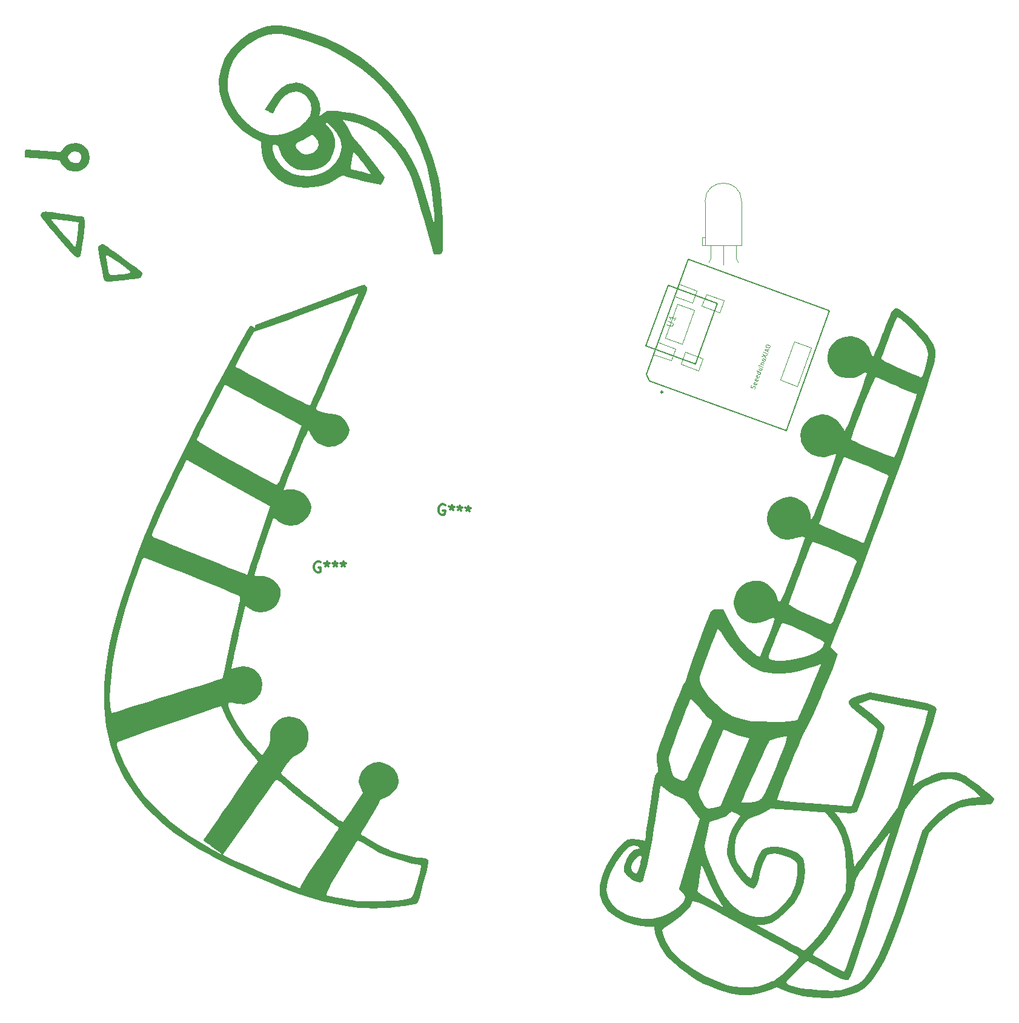
<source format=gbr>
%TF.GenerationSoftware,KiCad,Pcbnew,7.0.9*%
%TF.CreationDate,2024-01-29T17:39:26-06:00*%
%TF.ProjectId,quetzalblinkamini,71756574-7a61-46c6-926c-696e6b616d69,rev?*%
%TF.SameCoordinates,Original*%
%TF.FileFunction,Legend,Top*%
%TF.FilePolarity,Positive*%
%FSLAX46Y46*%
G04 Gerber Fmt 4.6, Leading zero omitted, Abs format (unit mm)*
G04 Created by KiCad (PCBNEW 7.0.9) date 2024-01-29 17:39:26*
%MOMM*%
%LPD*%
G01*
G04 APERTURE LIST*
%ADD10C,0.300000*%
%ADD11C,0.101600*%
%ADD12C,0.076200*%
%ADD13C,0.127000*%
%ADD14C,0.066040*%
%ADD15C,0.254000*%
%ADD16C,0.120000*%
G04 APERTURE END LIST*
D10*
X129678572Y-102249757D02*
X129535715Y-102178328D01*
X129535715Y-102178328D02*
X129321429Y-102178328D01*
X129321429Y-102178328D02*
X129107143Y-102249757D01*
X129107143Y-102249757D02*
X128964286Y-102392614D01*
X128964286Y-102392614D02*
X128892857Y-102535471D01*
X128892857Y-102535471D02*
X128821429Y-102821185D01*
X128821429Y-102821185D02*
X128821429Y-103035471D01*
X128821429Y-103035471D02*
X128892857Y-103321185D01*
X128892857Y-103321185D02*
X128964286Y-103464042D01*
X128964286Y-103464042D02*
X129107143Y-103606900D01*
X129107143Y-103606900D02*
X129321429Y-103678328D01*
X129321429Y-103678328D02*
X129464286Y-103678328D01*
X129464286Y-103678328D02*
X129678572Y-103606900D01*
X129678572Y-103606900D02*
X129750000Y-103535471D01*
X129750000Y-103535471D02*
X129750000Y-103035471D01*
X129750000Y-103035471D02*
X129464286Y-103035471D01*
X130607143Y-102178328D02*
X130607143Y-102535471D01*
X130250000Y-102392614D02*
X130607143Y-102535471D01*
X130607143Y-102535471D02*
X130964286Y-102392614D01*
X130392857Y-102821185D02*
X130607143Y-102535471D01*
X130607143Y-102535471D02*
X130821429Y-102821185D01*
X131750000Y-102178328D02*
X131750000Y-102535471D01*
X131392857Y-102392614D02*
X131750000Y-102535471D01*
X131750000Y-102535471D02*
X132107143Y-102392614D01*
X131535714Y-102821185D02*
X131750000Y-102535471D01*
X131750000Y-102535471D02*
X131964286Y-102821185D01*
X132892857Y-102178328D02*
X132892857Y-102535471D01*
X132535714Y-102392614D02*
X132892857Y-102535471D01*
X132892857Y-102535471D02*
X133250000Y-102392614D01*
X132678571Y-102821185D02*
X132892857Y-102535471D01*
X132892857Y-102535471D02*
X133107143Y-102821185D01*
D11*
X178047248Y-69027440D02*
X178723513Y-69273580D01*
X178723513Y-69273580D02*
X178817552Y-69262758D01*
X178817552Y-69262758D02*
X178871812Y-69237456D01*
X178871812Y-69237456D02*
X178940550Y-69172375D01*
X178940550Y-69172375D02*
X178998465Y-69013253D01*
X178998465Y-69013253D02*
X178987642Y-68919214D01*
X178987642Y-68919214D02*
X178962341Y-68864955D01*
X178962341Y-68864955D02*
X178897259Y-68796217D01*
X178897259Y-68796217D02*
X178220994Y-68550076D01*
X179360436Y-68018746D02*
X179186690Y-68496109D01*
X179273563Y-68257427D02*
X178438176Y-67953372D01*
X178438176Y-67953372D02*
X178528560Y-68076369D01*
X178528560Y-68076369D02*
X178579163Y-68184887D01*
X178579163Y-68184887D02*
X178589985Y-68278927D01*
D12*
X190352348Y-78030235D02*
X190409411Y-77958329D01*
X190409411Y-77958329D02*
X190459053Y-77821940D01*
X190459053Y-77821940D02*
X190451632Y-77757455D01*
X190451632Y-77757455D02*
X190434282Y-77720249D01*
X190434282Y-77720249D02*
X190389655Y-77673114D01*
X190389655Y-77673114D02*
X190335099Y-77653258D01*
X190335099Y-77653258D02*
X190270615Y-77660679D01*
X190270615Y-77660679D02*
X190233408Y-77678029D01*
X190233408Y-77678029D02*
X190186274Y-77722656D01*
X190186274Y-77722656D02*
X190119282Y-77821839D01*
X190119282Y-77821839D02*
X190072148Y-77866467D01*
X190072148Y-77866467D02*
X190034942Y-77883817D01*
X190034942Y-77883817D02*
X189970457Y-77891238D01*
X189970457Y-77891238D02*
X189915901Y-77871381D01*
X189915901Y-77871381D02*
X189871274Y-77824246D01*
X189871274Y-77824246D02*
X189853924Y-77787040D01*
X189853924Y-77787040D02*
X189846503Y-77722556D01*
X189846503Y-77722556D02*
X189896145Y-77586166D01*
X189896145Y-77586166D02*
X189953208Y-77514261D01*
X190640271Y-77239175D02*
X190647692Y-77303659D01*
X190647692Y-77303659D02*
X190607978Y-77412771D01*
X190607978Y-77412771D02*
X190560844Y-77457399D01*
X190560844Y-77457399D02*
X190496360Y-77464820D01*
X190496360Y-77464820D02*
X190278136Y-77385393D01*
X190278136Y-77385393D02*
X190233509Y-77338258D01*
X190233509Y-77338258D02*
X190226087Y-77273774D01*
X190226087Y-77273774D02*
X190265801Y-77164662D01*
X190265801Y-77164662D02*
X190312935Y-77120035D01*
X190312935Y-77120035D02*
X190377420Y-77112614D01*
X190377420Y-77112614D02*
X190431975Y-77132470D01*
X190431975Y-77132470D02*
X190387248Y-77425106D01*
X190818981Y-76748172D02*
X190826402Y-76812657D01*
X190826402Y-76812657D02*
X190786689Y-76921768D01*
X190786689Y-76921768D02*
X190739554Y-76966396D01*
X190739554Y-76966396D02*
X190675070Y-76973817D01*
X190675070Y-76973817D02*
X190456846Y-76894390D01*
X190456846Y-76894390D02*
X190412219Y-76847256D01*
X190412219Y-76847256D02*
X190404798Y-76782771D01*
X190404798Y-76782771D02*
X190444511Y-76673660D01*
X190444511Y-76673660D02*
X190491646Y-76629032D01*
X190491646Y-76629032D02*
X190556130Y-76621611D01*
X190556130Y-76621611D02*
X190610686Y-76641468D01*
X190610686Y-76641468D02*
X190565958Y-76934104D01*
X190997691Y-76257170D02*
X191005112Y-76321654D01*
X191005112Y-76321654D02*
X190965399Y-76430766D01*
X190965399Y-76430766D02*
X190918264Y-76475393D01*
X190918264Y-76475393D02*
X190853780Y-76482815D01*
X190853780Y-76482815D02*
X190635557Y-76403388D01*
X190635557Y-76403388D02*
X190590929Y-76356253D01*
X190590929Y-76356253D02*
X190583508Y-76291769D01*
X190583508Y-76291769D02*
X190623221Y-76182657D01*
X190623221Y-76182657D02*
X190670356Y-76138030D01*
X190670356Y-76138030D02*
X190734840Y-76130608D01*
X190734840Y-76130608D02*
X190789396Y-76150465D01*
X190789396Y-76150465D02*
X190744668Y-76443101D01*
X191213608Y-75748818D02*
X190640771Y-75540322D01*
X191186330Y-75738889D02*
X191193751Y-75803374D01*
X191193751Y-75803374D02*
X191154038Y-75912485D01*
X191154038Y-75912485D02*
X191106903Y-75957113D01*
X191106903Y-75957113D02*
X191069697Y-75974463D01*
X191069697Y-75974463D02*
X191005213Y-75981884D01*
X191005213Y-75981884D02*
X190841545Y-75922314D01*
X190841545Y-75922314D02*
X190796917Y-75875179D01*
X190796917Y-75875179D02*
X190779568Y-75837973D01*
X190779568Y-75837973D02*
X190772147Y-75773488D01*
X190772147Y-75773488D02*
X190811860Y-75664377D01*
X190811860Y-75664377D02*
X190858995Y-75619749D01*
X191020356Y-75091540D02*
X191402247Y-75230537D01*
X190931000Y-75337041D02*
X191231058Y-75446253D01*
X191231058Y-75446253D02*
X191295542Y-75438832D01*
X191295542Y-75438832D02*
X191342676Y-75394205D01*
X191342676Y-75394205D02*
X191372462Y-75312371D01*
X191372462Y-75312371D02*
X191365040Y-75247887D01*
X191365040Y-75247887D02*
X191347691Y-75210680D01*
X191501530Y-74957757D02*
X191119639Y-74818760D01*
X190928694Y-74749262D02*
X190946043Y-74786468D01*
X190946043Y-74786468D02*
X190983249Y-74769119D01*
X190983249Y-74769119D02*
X190965900Y-74731912D01*
X190965900Y-74731912D02*
X190928694Y-74749262D01*
X190928694Y-74749262D02*
X190983249Y-74769119D01*
X191218923Y-74545981D02*
X191600814Y-74684978D01*
X191273479Y-74565838D02*
X191256129Y-74528631D01*
X191256129Y-74528631D02*
X191248708Y-74464147D01*
X191248708Y-74464147D02*
X191278493Y-74382313D01*
X191278493Y-74382313D02*
X191325628Y-74337686D01*
X191325628Y-74337686D02*
X191390112Y-74330265D01*
X191390112Y-74330265D02*
X191690169Y-74439476D01*
X191819238Y-74084863D02*
X191772103Y-74129491D01*
X191772103Y-74129491D02*
X191734897Y-74146840D01*
X191734897Y-74146840D02*
X191670413Y-74154261D01*
X191670413Y-74154261D02*
X191506745Y-74094691D01*
X191506745Y-74094691D02*
X191462118Y-74047557D01*
X191462118Y-74047557D02*
X191444768Y-74010350D01*
X191444768Y-74010350D02*
X191437347Y-73945866D01*
X191437347Y-73945866D02*
X191467132Y-73864032D01*
X191467132Y-73864032D02*
X191514266Y-73819405D01*
X191514266Y-73819405D02*
X191551473Y-73802055D01*
X191551473Y-73802055D02*
X191615957Y-73794634D01*
X191615957Y-73794634D02*
X191779625Y-73854204D01*
X191779625Y-73854204D02*
X191824252Y-73901339D01*
X191824252Y-73901339D02*
X191841602Y-73938545D01*
X191841602Y-73938545D02*
X191849023Y-74003029D01*
X191849023Y-74003029D02*
X191819238Y-74084863D01*
X191385398Y-73494476D02*
X192097232Y-73321081D01*
X191524395Y-73112585D02*
X191958235Y-73702972D01*
X192176659Y-73102858D02*
X191603822Y-72894362D01*
X192102346Y-72797786D02*
X192201630Y-72525007D01*
X192246157Y-72911912D02*
X191742819Y-72512471D01*
X191742819Y-72512471D02*
X192385154Y-72530021D01*
X191921529Y-72021468D02*
X191961243Y-71912357D01*
X191961243Y-71912357D02*
X192008377Y-71867729D01*
X192008377Y-71867729D02*
X192082790Y-71833030D01*
X192082790Y-71833030D02*
X192201830Y-71845465D01*
X192201830Y-71845465D02*
X192392776Y-71914964D01*
X192392776Y-71914964D02*
X192491959Y-71981955D01*
X192491959Y-71981955D02*
X192526658Y-72056368D01*
X192526658Y-72056368D02*
X192534079Y-72120852D01*
X192534079Y-72120852D02*
X192494366Y-72229964D01*
X192494366Y-72229964D02*
X192447231Y-72274591D01*
X192447231Y-72274591D02*
X192372819Y-72309291D01*
X192372819Y-72309291D02*
X192253779Y-72296855D01*
X192253779Y-72296855D02*
X192062833Y-72227357D01*
X192062833Y-72227357D02*
X191963650Y-72160365D01*
X191963650Y-72160365D02*
X191928951Y-72085953D01*
X191928951Y-72085953D02*
X191921529Y-72021468D01*
D10*
X147138767Y-94268171D02*
X147002679Y-94184563D01*
X147002679Y-94184563D02*
X146789209Y-94165887D01*
X146789209Y-94165887D02*
X146569513Y-94218367D01*
X146569513Y-94218367D02*
X146414749Y-94348230D01*
X146414749Y-94348230D02*
X146331141Y-94484318D01*
X146331141Y-94484318D02*
X146235083Y-94762720D01*
X146235083Y-94762720D02*
X146216406Y-94976190D01*
X146216406Y-94976190D02*
X146262661Y-95267042D01*
X146262661Y-95267042D02*
X146321367Y-95415581D01*
X146321367Y-95415581D02*
X146451230Y-95570346D01*
X146451230Y-95570346D02*
X146658475Y-95660179D01*
X146658475Y-95660179D02*
X146800789Y-95672630D01*
X146800789Y-95672630D02*
X147020484Y-95620149D01*
X147020484Y-95620149D02*
X147097866Y-95555218D01*
X147097866Y-95555218D02*
X147141444Y-95057120D01*
X147141444Y-95057120D02*
X146856817Y-95032219D01*
X148070030Y-94277944D02*
X148038903Y-94633728D01*
X147695570Y-94460287D02*
X148038903Y-94633728D01*
X148038903Y-94633728D02*
X148407138Y-94522541D01*
X147800531Y-94899679D02*
X148038903Y-94633728D01*
X148038903Y-94633728D02*
X148227472Y-94937031D01*
X149208538Y-94377551D02*
X149177411Y-94733334D01*
X148834078Y-94559894D02*
X149177411Y-94733334D01*
X149177411Y-94733334D02*
X149545646Y-94622148D01*
X148939039Y-94999285D02*
X149177411Y-94733334D01*
X149177411Y-94733334D02*
X149365980Y-95036638D01*
X150347047Y-94477157D02*
X150315920Y-94832941D01*
X149972587Y-94659500D02*
X150315920Y-94832941D01*
X150315920Y-94832941D02*
X150684154Y-94721755D01*
X150077548Y-95098892D02*
X150315920Y-94832941D01*
X150315920Y-94832941D02*
X150504488Y-95136244D01*
%TO.C,G\u002A\u002A\u002A*%
G36*
X135943038Y-63567918D02*
G01*
X136063088Y-63666717D01*
X136081257Y-63684540D01*
X136193442Y-63809425D01*
X136250564Y-63949524D01*
X136239389Y-64153855D01*
X136146683Y-64471438D01*
X135959211Y-64951291D01*
X135663740Y-65642433D01*
X135373724Y-66305178D01*
X135129286Y-66864288D01*
X134792984Y-67636502D01*
X134380331Y-68585976D01*
X133906837Y-69676863D01*
X133388013Y-70873318D01*
X132839370Y-72139496D01*
X132276420Y-73439551D01*
X131714673Y-74737638D01*
X131169640Y-75997911D01*
X130656832Y-77184525D01*
X130191761Y-78261635D01*
X129789937Y-79193394D01*
X129466871Y-79943959D01*
X129238075Y-80477482D01*
X129119059Y-80758119D01*
X129108968Y-80782816D01*
X129170416Y-81011817D01*
X129521021Y-81214678D01*
X130126640Y-81378385D01*
X130953129Y-81489923D01*
X130967348Y-81491160D01*
X131831429Y-81618039D01*
X132471468Y-81857854D01*
X132980711Y-82260112D01*
X133386306Y-82775425D01*
X133628295Y-83259151D01*
X133747184Y-83748363D01*
X133749714Y-83812142D01*
X133596898Y-84513884D01*
X133179383Y-85160126D01*
X132556004Y-85690799D01*
X131785599Y-86045833D01*
X131491626Y-86117576D01*
X130710864Y-86133444D01*
X129928809Y-85925673D01*
X129222324Y-85538774D01*
X128668272Y-85017254D01*
X128343515Y-84405623D01*
X128312931Y-84276868D01*
X128198598Y-83930018D01*
X128050871Y-83787060D01*
X128028127Y-83789882D01*
X127930898Y-83945128D01*
X127733578Y-84355190D01*
X127455413Y-84974127D01*
X127115650Y-85756000D01*
X126733536Y-86654869D01*
X126328318Y-87624794D01*
X125919243Y-88619835D01*
X125525556Y-89594053D01*
X125166506Y-90501506D01*
X124861338Y-91296256D01*
X124699030Y-91736078D01*
X124531221Y-92201455D01*
X125142782Y-92103663D01*
X125996491Y-92106081D01*
X126805019Y-92356590D01*
X127508184Y-92809316D01*
X128045803Y-93418386D01*
X128357696Y-94137926D01*
X128411465Y-94595223D01*
X128259145Y-95377454D01*
X127840040Y-96092910D01*
X127210930Y-96675225D01*
X126428596Y-97058034D01*
X126265762Y-97103116D01*
X125483650Y-97155159D01*
X124665039Y-96986130D01*
X123955255Y-96630713D01*
X123812898Y-96517726D01*
X123467097Y-96230627D01*
X123227595Y-96061984D01*
X123180910Y-96043312D01*
X123111121Y-96189129D01*
X122958574Y-96593850D01*
X122739668Y-97208381D01*
X122470803Y-97983625D01*
X122168377Y-98870489D01*
X121848790Y-99819879D01*
X121528442Y-100782698D01*
X121223731Y-101709852D01*
X120951058Y-102552247D01*
X120726821Y-103260787D01*
X120567420Y-103786379D01*
X120489254Y-104079926D01*
X120484077Y-104116834D01*
X120622962Y-104200541D01*
X120965291Y-104195148D01*
X121015717Y-104187652D01*
X121807849Y-104196518D01*
X122591660Y-104440954D01*
X123290275Y-104872529D01*
X123826818Y-105442812D01*
X124124412Y-106103371D01*
X124134431Y-106152392D01*
X124155213Y-107020272D01*
X123909703Y-107787634D01*
X123447297Y-108424914D01*
X122817395Y-108902548D01*
X122069394Y-109190971D01*
X121252693Y-109260621D01*
X120416690Y-109081932D01*
X119787300Y-108754073D01*
X119247989Y-108388087D01*
X118651495Y-110830668D01*
X118409066Y-111844806D01*
X118163628Y-112908517D01*
X117940570Y-113909454D01*
X117765280Y-114735267D01*
X117733901Y-114891083D01*
X117589595Y-115612375D01*
X117461198Y-116243731D01*
X117366474Y-116698318D01*
X117332430Y-116853378D01*
X117300081Y-117059005D01*
X117382753Y-117122528D01*
X117653353Y-117056807D01*
X117937812Y-116960144D01*
X118826859Y-116795659D01*
X119655424Y-116902099D01*
X120384519Y-117236895D01*
X120975153Y-117757481D01*
X121388335Y-118421286D01*
X121585076Y-119185743D01*
X121526384Y-120008284D01*
X121296657Y-120627216D01*
X120757365Y-121350258D01*
X120025319Y-121855957D01*
X119171803Y-122113996D01*
X118268099Y-122094063D01*
X117998884Y-122029647D01*
X117355053Y-121886561D01*
X116967482Y-121917951D01*
X116816053Y-122130037D01*
X116839483Y-122388105D01*
X117080670Y-123063158D01*
X117501538Y-123910818D01*
X118060372Y-124867729D01*
X118715453Y-125870534D01*
X119425066Y-126855879D01*
X120147493Y-127760408D01*
X120841017Y-128520764D01*
X120945271Y-128623606D01*
X121593094Y-129251670D01*
X122123006Y-128499878D01*
X122430546Y-128015770D01*
X122592678Y-127585026D01*
X122655455Y-127056314D01*
X122663825Y-126722675D01*
X122703587Y-126047421D01*
X122828482Y-125556887D01*
X123072858Y-125116238D01*
X123073123Y-125115852D01*
X123685207Y-124461196D01*
X124412792Y-124052915D01*
X125199478Y-123879850D01*
X125988867Y-123930843D01*
X126724561Y-124194733D01*
X127350162Y-124660363D01*
X127809271Y-125316574D01*
X128038782Y-126098345D01*
X128035982Y-127103593D01*
X127757778Y-127982006D01*
X127224448Y-128696080D01*
X126456272Y-129208312D01*
X126327405Y-129263281D01*
X125856175Y-129540061D01*
X125372521Y-130019755D01*
X124954306Y-130562835D01*
X124602494Y-131073497D01*
X124339329Y-131489089D01*
X124210802Y-131735975D01*
X124205096Y-131762424D01*
X124328200Y-131925468D01*
X124673167Y-132254311D01*
X125203481Y-132719981D01*
X125882624Y-133293506D01*
X126674079Y-133945917D01*
X127541331Y-134648242D01*
X128447860Y-135371509D01*
X129357152Y-136086748D01*
X130232688Y-136764987D01*
X131037953Y-137377255D01*
X131736428Y-137894582D01*
X132291597Y-138287995D01*
X132666943Y-138528525D01*
X132812740Y-138591402D01*
X132938216Y-138464698D01*
X133208631Y-138114831D01*
X133589973Y-137588220D01*
X134048234Y-136931281D01*
X134302891Y-136557637D01*
X135679028Y-134522917D01*
X135361807Y-133931052D01*
X135086099Y-133113073D01*
X135121797Y-132308023D01*
X135457685Y-131553555D01*
X136082547Y-130887318D01*
X136320338Y-130713203D01*
X137157623Y-130316217D01*
X138036492Y-130237075D01*
X138580186Y-130335037D01*
X139396576Y-130692184D01*
X140044693Y-131246576D01*
X140481689Y-131938565D01*
X140664716Y-132708503D01*
X140633000Y-133192809D01*
X140378777Y-133820051D01*
X139904290Y-134429830D01*
X139302436Y-134923278D01*
X138771515Y-135174020D01*
X138369320Y-135319321D01*
X138139356Y-135450454D01*
X138118472Y-135485804D01*
X138039966Y-135657084D01*
X137822670Y-136057531D01*
X137493913Y-136638642D01*
X137081023Y-137351916D01*
X136743312Y-137926300D01*
X136287531Y-138698998D01*
X135895579Y-139367900D01*
X135594566Y-139886378D01*
X135411603Y-140207805D01*
X135368153Y-140291388D01*
X135502366Y-140409750D01*
X135864237Y-140640452D01*
X136392610Y-140949942D01*
X137026334Y-141304673D01*
X137704253Y-141671093D01*
X138365214Y-142015653D01*
X138948062Y-142304804D01*
X139391645Y-142504994D01*
X139434130Y-142522043D01*
X140405551Y-142867871D01*
X141430876Y-143171631D01*
X142419037Y-143410897D01*
X143278964Y-143563242D01*
X143842601Y-143607644D01*
X144282069Y-143629338D01*
X144583504Y-143721420D01*
X144753235Y-143924393D01*
X144797592Y-144278755D01*
X144722905Y-144825008D01*
X144535503Y-145603652D01*
X144291629Y-146480875D01*
X144052496Y-147327176D01*
X143837878Y-148103185D01*
X143667728Y-148735573D01*
X143562004Y-149151007D01*
X143546669Y-149218439D01*
X143413318Y-149626868D01*
X143246217Y-149890895D01*
X143244696Y-149892169D01*
X142884273Y-150060047D01*
X142256631Y-150215446D01*
X141418026Y-150353750D01*
X140424711Y-150470345D01*
X139332939Y-150560615D01*
X138198965Y-150619942D01*
X137079042Y-150643713D01*
X136029425Y-150627310D01*
X135106366Y-150566118D01*
X135072978Y-150562685D01*
X133377993Y-150347028D01*
X131702573Y-150050616D01*
X130005243Y-149660645D01*
X128244530Y-149164312D01*
X126881255Y-148714534D01*
X130525259Y-148714534D01*
X130541535Y-148801330D01*
X130775228Y-148878096D01*
X131254647Y-148992306D01*
X131906096Y-149129769D01*
X132655882Y-149276295D01*
X133430309Y-149417692D01*
X134155682Y-149539772D01*
X134758307Y-149628344D01*
X134963694Y-149652843D01*
X135553112Y-149687156D01*
X136373469Y-149697273D01*
X137343022Y-149686039D01*
X138380030Y-149656295D01*
X139402751Y-149610886D01*
X140329443Y-149552655D01*
X141078364Y-149484445D01*
X141487813Y-149425900D01*
X141891380Y-149350635D01*
X142190442Y-149271320D01*
X142414768Y-149141804D01*
X142594131Y-148915936D01*
X142758301Y-148547564D01*
X142937049Y-147990536D01*
X143160147Y-147198702D01*
X143336406Y-146560191D01*
X143560243Y-145744985D01*
X143701944Y-145190871D01*
X143766940Y-144847449D01*
X143760664Y-144664319D01*
X143688546Y-144591082D01*
X143556018Y-144577336D01*
X143550105Y-144577313D01*
X143143768Y-144525846D01*
X142509654Y-144387851D01*
X141724754Y-144185476D01*
X140866061Y-143940870D01*
X140010570Y-143676181D01*
X139235271Y-143413557D01*
X138617158Y-143175147D01*
X138505496Y-143126145D01*
X137792615Y-142776360D01*
X136983556Y-142339836D01*
X136251020Y-141909830D01*
X136237549Y-141901447D01*
X135692505Y-141571517D01*
X135248821Y-141321029D01*
X134979658Y-141190641D01*
X134940985Y-141180892D01*
X134824500Y-141314469D01*
X134567215Y-141691160D01*
X134191910Y-142274906D01*
X133721365Y-143029650D01*
X133178359Y-143919332D01*
X132585673Y-144907893D01*
X132572427Y-144930177D01*
X131839687Y-146175708D01*
X131275742Y-147163297D01*
X130873450Y-147906556D01*
X130625669Y-148419097D01*
X130525259Y-148714534D01*
X126881255Y-148714534D01*
X126378962Y-148548815D01*
X124367065Y-147801351D01*
X122167366Y-146909117D01*
X119738392Y-145859311D01*
X119513376Y-145759443D01*
X116965256Y-144587320D01*
X114699706Y-143458164D01*
X114212854Y-143190685D01*
X116109323Y-143190685D01*
X116515905Y-143403714D01*
X116996262Y-143640860D01*
X117690587Y-143963882D01*
X118554762Y-144353934D01*
X119544667Y-144792167D01*
X120616185Y-145259735D01*
X121725199Y-145737790D01*
X122827588Y-146207484D01*
X123879236Y-146649970D01*
X124836024Y-147046402D01*
X125653835Y-147377930D01*
X126288548Y-147625708D01*
X126696048Y-147770889D01*
X126807113Y-147800145D01*
X126898003Y-147685566D01*
X126906628Y-147611784D01*
X126995928Y-147431331D01*
X127245977Y-147019395D01*
X127634040Y-146411006D01*
X128137380Y-145641195D01*
X128733263Y-144744992D01*
X129398954Y-143757427D01*
X129603018Y-143457179D01*
X130283483Y-142454088D01*
X130900725Y-141536974D01*
X131432170Y-140739956D01*
X131855246Y-140097152D01*
X132147378Y-139642682D01*
X132285993Y-139410664D01*
X132294268Y-139389456D01*
X132168377Y-139234263D01*
X132092038Y-139196316D01*
X131863160Y-139058929D01*
X131423484Y-138752499D01*
X130815416Y-138309436D01*
X130081365Y-137762150D01*
X129263734Y-137143050D01*
X128404933Y-136484548D01*
X127547366Y-135819051D01*
X126733440Y-135178972D01*
X126005561Y-134596719D01*
X125406137Y-134104702D01*
X125185735Y-133918047D01*
X124597255Y-133419118D01*
X124098868Y-133008933D01*
X123740443Y-132727657D01*
X123571850Y-132615456D01*
X123567900Y-132615000D01*
X123458589Y-132745162D01*
X123185034Y-133112897D01*
X122767416Y-133689915D01*
X122225912Y-134447925D01*
X121580701Y-135358635D01*
X120851963Y-136393755D01*
X120059877Y-137524994D01*
X119793197Y-137907158D01*
X116109323Y-143190685D01*
X114212854Y-143190685D01*
X112682350Y-142349819D01*
X110878814Y-141240126D01*
X109254723Y-140106927D01*
X107775701Y-138928064D01*
X106407374Y-137681379D01*
X105420903Y-136675520D01*
X103703058Y-134630368D01*
X102282780Y-132476015D01*
X101155529Y-130200625D01*
X100316769Y-127792363D01*
X100299333Y-127712132D01*
X101267521Y-127712132D01*
X101378051Y-128238276D01*
X101654459Y-129018694D01*
X102093593Y-130043549D01*
X102298710Y-130487034D01*
X103518484Y-132716223D01*
X105024277Y-134821832D01*
X106820051Y-136807720D01*
X108909768Y-138677745D01*
X111297388Y-140435764D01*
X113986874Y-142085638D01*
X114498089Y-142368563D01*
X115152355Y-142724356D01*
X115573843Y-142949439D01*
X115813684Y-143068322D01*
X115923008Y-143105513D01*
X115952942Y-143085521D01*
X115954140Y-143066526D01*
X115829355Y-142957999D01*
X115493767Y-142711556D01*
X115005531Y-142369168D01*
X114665177Y-142136272D01*
X114111470Y-141748863D01*
X113675710Y-141421638D01*
X113416822Y-141200067D01*
X113370910Y-141137524D01*
X113459658Y-140982395D01*
X113715266Y-140591246D01*
X114118242Y-139992573D01*
X114649093Y-139214870D01*
X115288327Y-138286633D01*
X116016450Y-137236358D01*
X116813971Y-136092539D01*
X117167516Y-135587412D01*
X117988328Y-134413858D01*
X118748280Y-133323185D01*
X119427875Y-132343681D01*
X120007619Y-131503635D01*
X120468014Y-130831334D01*
X120789567Y-130355068D01*
X120952780Y-130103123D01*
X120969427Y-130070875D01*
X120866872Y-129918729D01*
X120593710Y-129592473D01*
X120201694Y-129153055D01*
X120049754Y-128987866D01*
X118965764Y-127733302D01*
X117978384Y-126425946D01*
X117145773Y-125147820D01*
X116576162Y-124088900D01*
X116299246Y-123483323D01*
X116085753Y-122980716D01*
X115967651Y-122657983D01*
X115954140Y-122592403D01*
X115833872Y-122422235D01*
X115782450Y-122414013D01*
X115589169Y-122465849D01*
X115128734Y-122612754D01*
X114438187Y-122841824D01*
X113554570Y-123140154D01*
X112514927Y-123494841D01*
X111356298Y-123892980D01*
X110115726Y-124321668D01*
X108830253Y-124768000D01*
X107536922Y-125219072D01*
X106272775Y-125661979D01*
X105074854Y-126083818D01*
X103980201Y-126471685D01*
X103025859Y-126812675D01*
X102248870Y-127093885D01*
X101686275Y-127302409D01*
X101375118Y-127425345D01*
X101326021Y-127450100D01*
X101267521Y-127712132D01*
X100299333Y-127712132D01*
X99761960Y-125239392D01*
X99486565Y-122529879D01*
X99455782Y-121256191D01*
X100279268Y-121256191D01*
X100341725Y-122411317D01*
X100413691Y-122949907D01*
X100492642Y-123231322D01*
X100613036Y-123320786D01*
X100803484Y-123285390D01*
X101024373Y-123216299D01*
X101522523Y-123061239D01*
X102266145Y-122830083D01*
X103223455Y-122532702D01*
X104362664Y-122178969D01*
X105651986Y-121778755D01*
X107059633Y-121341933D01*
X108553820Y-120878374D01*
X108554261Y-120878237D01*
X110037474Y-120417031D01*
X111424804Y-119983496D01*
X112685913Y-119587265D01*
X113790464Y-119237972D01*
X114708120Y-118945249D01*
X115408544Y-118718729D01*
X115861399Y-118568045D01*
X116036347Y-118502830D01*
X116037000Y-118502278D01*
X116092760Y-118324282D01*
X116195837Y-117883307D01*
X116334330Y-117234475D01*
X116496334Y-116432908D01*
X116610151Y-115848047D01*
X116822902Y-114789928D01*
X117090021Y-113538834D01*
X117384915Y-112215063D01*
X117680995Y-110938914D01*
X117850871Y-110235052D01*
X118100152Y-109184039D01*
X118290404Y-108304518D01*
X118414680Y-107633299D01*
X118466032Y-107207192D01*
X118448937Y-107066582D01*
X118242555Y-106954542D01*
X117779590Y-106743424D01*
X117096828Y-106447986D01*
X116231053Y-106082988D01*
X115219053Y-105663191D01*
X114097610Y-105203352D01*
X112903511Y-104718233D01*
X111673541Y-104222592D01*
X110444486Y-103731189D01*
X109253129Y-103258784D01*
X108136257Y-102820136D01*
X107130655Y-102430004D01*
X106273107Y-102103149D01*
X105600400Y-101854329D01*
X105149318Y-101698305D01*
X104956646Y-101649836D01*
X104952970Y-101651513D01*
X104856260Y-101848969D01*
X104675510Y-102301262D01*
X104429153Y-102956317D01*
X104135619Y-103762057D01*
X103813337Y-104666408D01*
X103480740Y-105617293D01*
X103156257Y-106562637D01*
X102858320Y-107450364D01*
X102605359Y-108228398D01*
X102461613Y-108690797D01*
X101920613Y-110614844D01*
X101443493Y-112577004D01*
X101037773Y-114528612D01*
X100710971Y-116421000D01*
X100470607Y-118205504D01*
X100324200Y-119833456D01*
X100279268Y-121256191D01*
X99455782Y-121256191D01*
X99452230Y-121109231D01*
X99500077Y-119321561D01*
X99648126Y-117493812D01*
X99903138Y-115599440D01*
X100271871Y-113611903D01*
X100761088Y-111504656D01*
X101377547Y-109251155D01*
X102128010Y-106824857D01*
X103019236Y-104199217D01*
X104057987Y-101347692D01*
X105158085Y-98485531D01*
X106187130Y-98485531D01*
X106211129Y-98649968D01*
X106336372Y-98735759D01*
X106368016Y-98748116D01*
X106574111Y-98830762D01*
X107046905Y-99023329D01*
X107753917Y-99312498D01*
X108662667Y-99684953D01*
X109740677Y-100127375D01*
X110955464Y-100626447D01*
X112274551Y-101168852D01*
X113042038Y-101484647D01*
X114393139Y-102037766D01*
X115648925Y-102546185D01*
X116778545Y-102997832D01*
X117751151Y-103380635D01*
X118535894Y-103682523D01*
X119101926Y-103891423D01*
X119418396Y-103995263D01*
X119475606Y-104002262D01*
X119536043Y-103826401D01*
X119686629Y-103382015D01*
X119914479Y-102707304D01*
X120206711Y-101840468D01*
X120550441Y-100819707D01*
X120932785Y-99683221D01*
X121105043Y-99170887D01*
X122691359Y-94451965D01*
X116855552Y-91219323D01*
X111019745Y-87986681D01*
X110387149Y-89224232D01*
X109997945Y-90000877D01*
X109538439Y-90942312D01*
X109034312Y-91993469D01*
X108511239Y-93099281D01*
X107994901Y-94204679D01*
X107510976Y-95254596D01*
X107085141Y-96193963D01*
X106743076Y-96967714D01*
X106510458Y-97520779D01*
X106469566Y-97625604D01*
X106271051Y-98168669D01*
X106187130Y-98485531D01*
X105158085Y-98485531D01*
X105251021Y-98243737D01*
X105321077Y-98065605D01*
X105739392Y-97051256D01*
X106291170Y-95788492D01*
X106958290Y-94314765D01*
X107722631Y-92667525D01*
X108566072Y-90884219D01*
X109470491Y-89002300D01*
X110417767Y-87059216D01*
X111323856Y-85225810D01*
X112429198Y-85225810D01*
X112577396Y-85337117D01*
X112972363Y-85582674D01*
X113576897Y-85941637D01*
X114353794Y-86393162D01*
X115265849Y-86916404D01*
X116275859Y-87490518D01*
X117346620Y-88094662D01*
X118440928Y-88707989D01*
X119521580Y-89309656D01*
X120551371Y-89878819D01*
X121493098Y-90394634D01*
X122309557Y-90836255D01*
X122963544Y-91182839D01*
X123417856Y-91413541D01*
X123635288Y-91507516D01*
X123642994Y-91508608D01*
X123743475Y-91365426D01*
X123943999Y-90958909D01*
X124227801Y-90327469D01*
X124578115Y-89509518D01*
X124978175Y-88543468D01*
X125411216Y-87467731D01*
X125456267Y-87354144D01*
X125884282Y-86269836D01*
X126268509Y-85289419D01*
X126594085Y-84451396D01*
X126846143Y-83794271D01*
X127009818Y-83356549D01*
X127070245Y-83176732D01*
X127069961Y-83174358D01*
X126906703Y-83085314D01*
X126497529Y-82865367D01*
X125882123Y-82535687D01*
X125100171Y-82117448D01*
X124191358Y-81631822D01*
X123195369Y-81099982D01*
X122151889Y-80543099D01*
X121100604Y-79982346D01*
X120081197Y-79438896D01*
X119133356Y-78933921D01*
X118296764Y-78488594D01*
X117611107Y-78124086D01*
X117116069Y-77861570D01*
X116851337Y-77722220D01*
X116830181Y-77711329D01*
X116331062Y-77457498D01*
X114350394Y-81252448D01*
X113823920Y-82271810D01*
X113354558Y-83201089D01*
X112961400Y-84000800D01*
X112663537Y-84631460D01*
X112480060Y-85053585D01*
X112429198Y-85225810D01*
X111323856Y-85225810D01*
X111389781Y-85092416D01*
X112368409Y-83139352D01*
X113335532Y-81237473D01*
X114273028Y-79424228D01*
X115106478Y-77842675D01*
X115653456Y-76821652D01*
X116241023Y-75735091D01*
X116659059Y-74967915D01*
X117835087Y-74967915D01*
X118005716Y-75053696D01*
X118428214Y-75275163D01*
X119069498Y-75614714D01*
X119896482Y-76054747D01*
X120876083Y-76577661D01*
X121975216Y-77165855D01*
X123072612Y-77754383D01*
X124249235Y-78381671D01*
X125335211Y-78952255D01*
X126297965Y-79449660D01*
X127104922Y-79857415D01*
X127723507Y-80159048D01*
X128121146Y-80338085D01*
X128264431Y-80379799D01*
X128359604Y-80197402D01*
X128553518Y-79774778D01*
X128820147Y-79170244D01*
X129133465Y-78442115D01*
X129216239Y-78247134D01*
X129481137Y-77625510D01*
X129854117Y-76756105D01*
X130314081Y-75687802D01*
X130839934Y-74469482D01*
X131410578Y-73150027D01*
X132004916Y-71778318D01*
X132560921Y-70497436D01*
X133112213Y-69225132D01*
X133618939Y-68048947D01*
X134067430Y-67001118D01*
X134444019Y-66113882D01*
X134735036Y-65419478D01*
X134926814Y-64950144D01*
X135005683Y-64738117D01*
X135006565Y-64729238D01*
X134850975Y-64775236D01*
X134429707Y-64924713D01*
X133778790Y-65164222D01*
X132934247Y-65480320D01*
X131932104Y-65859559D01*
X130808389Y-66288495D01*
X130110191Y-66556650D01*
X128785885Y-67062862D01*
X127431382Y-67574235D01*
X126110239Y-68067230D01*
X124886015Y-68518306D01*
X123822266Y-68903921D01*
X122982552Y-69200536D01*
X122835794Y-69250963D01*
X120414901Y-70077070D01*
X119054321Y-72497152D01*
X118618006Y-73289854D01*
X118256185Y-73979515D01*
X117991747Y-74519750D01*
X117847584Y-74864172D01*
X117835087Y-74967915D01*
X116659059Y-74967915D01*
X116847902Y-74621351D01*
X117452817Y-73518794D01*
X118034489Y-72465780D01*
X118571643Y-71500668D01*
X119043000Y-70661821D01*
X119427284Y-69987598D01*
X119703217Y-69516360D01*
X119849522Y-69286466D01*
X119857971Y-69276242D01*
X120075626Y-69232609D01*
X120192866Y-69316688D01*
X120444919Y-69494034D01*
X120573233Y-69450082D01*
X120548282Y-69283008D01*
X120598321Y-69116797D01*
X120903669Y-68947926D01*
X121402723Y-68783319D01*
X121851572Y-68639376D01*
X122559807Y-68394144D01*
X123485148Y-68063344D01*
X124585314Y-67662702D01*
X125818024Y-67207942D01*
X127140997Y-66714787D01*
X128511952Y-66198961D01*
X129888608Y-65676188D01*
X131228684Y-65162191D01*
X132489900Y-64672696D01*
X133103185Y-64432015D01*
X134059309Y-64056710D01*
X134760843Y-63789347D01*
X135253886Y-63618356D01*
X135584535Y-63532168D01*
X135798886Y-63519212D01*
X135943038Y-63567918D01*
G37*
D13*
%TO.C,U1*%
X175685075Y-76907416D02*
X194786790Y-83859872D01*
X194786790Y-83859872D02*
X200873989Y-67135429D01*
X175284300Y-76047951D02*
X175685075Y-76907416D01*
D14*
X176235850Y-73188515D02*
X176843962Y-71517742D01*
X178742011Y-74100683D02*
X176235850Y-73188515D01*
X178742011Y-74100683D02*
X179350122Y-72429910D01*
X180054761Y-74578485D02*
X180662873Y-72907712D01*
X182563308Y-75491522D02*
X180054761Y-74578485D01*
X182563308Y-75491522D02*
X183171420Y-73820748D01*
D13*
X182128696Y-74576493D02*
X175218855Y-72061516D01*
X175220592Y-72056742D02*
X178296769Y-63605015D01*
D14*
X179350122Y-72429910D02*
X176843962Y-71517742D01*
X183171420Y-73820748D02*
X180662873Y-72907712D01*
X177864064Y-70942975D02*
X179601526Y-66169336D01*
X180250883Y-71811706D02*
X177864064Y-70942975D01*
X180250883Y-71811706D02*
X181988345Y-67038067D01*
X193975094Y-76806910D02*
X195929739Y-71436567D01*
X196361913Y-77675641D02*
X193975094Y-76806910D01*
X196361913Y-77675641D02*
X198316558Y-72305298D01*
X181988345Y-67038067D02*
X179601526Y-66169336D01*
X198316558Y-72305298D02*
X195929739Y-71436567D01*
X179189536Y-65073330D02*
X179797648Y-63402556D01*
X181695697Y-65985498D02*
X179189536Y-65073330D01*
X181695697Y-65985498D02*
X182303808Y-64314724D01*
X183008447Y-66463300D02*
X183616559Y-64792526D01*
X185516994Y-67376336D02*
X183008447Y-66463300D01*
X185516994Y-67376336D02*
X186125106Y-65705563D01*
D13*
X178296769Y-63605015D02*
X185206611Y-66119992D01*
X185206611Y-66119992D02*
X182128696Y-74576493D01*
D14*
X182303808Y-64314724D02*
X179797648Y-63402556D01*
X186125106Y-65705563D02*
X183616559Y-64792526D01*
D13*
X181142154Y-59953629D02*
X175284300Y-76047951D01*
X200873989Y-67135429D02*
X181142154Y-59953629D01*
D15*
X177543976Y-78483831D02*
G75*
G03*
X177543976Y-78483831I-127000J0D01*
G01*
%TO.C,G\u002A\u002A\u002A*%
G36*
X124148816Y-27240950D02*
G01*
X125269201Y-27413252D01*
X126592518Y-27736224D01*
X127418052Y-27973413D01*
X130286468Y-28975141D01*
X132907362Y-30203708D01*
X135301047Y-31675053D01*
X137487833Y-33405112D01*
X139488033Y-35409823D01*
X141321957Y-37705122D01*
X142900053Y-40121171D01*
X144311851Y-42810106D01*
X145417598Y-45627933D01*
X146229919Y-48608451D01*
X146417855Y-49537085D01*
X146503059Y-50140033D01*
X146583830Y-50981116D01*
X146657787Y-51997483D01*
X146722549Y-53126278D01*
X146775737Y-54304651D01*
X146814967Y-55469746D01*
X146837860Y-56558711D01*
X146842034Y-57508693D01*
X146825109Y-58256838D01*
X146784703Y-58740294D01*
X146769414Y-58817470D01*
X146620600Y-59133133D01*
X146313825Y-59249498D01*
X146098673Y-59258504D01*
X145538624Y-59258504D01*
X144088916Y-54118028D01*
X143706279Y-52781950D01*
X143328712Y-51501700D01*
X142972485Y-50329640D01*
X142653870Y-49318135D01*
X142389138Y-48519549D01*
X142194561Y-47986247D01*
X142152433Y-47886110D01*
X141336601Y-46344297D01*
X140308149Y-44846772D01*
X139168860Y-43540993D01*
X139118933Y-43491390D01*
X138485051Y-42878821D01*
X137981537Y-42439919D01*
X137501358Y-42097224D01*
X136937480Y-41773277D01*
X136288159Y-41442757D01*
X135765951Y-41218167D01*
X135116641Y-40987362D01*
X134424546Y-40773929D01*
X133773982Y-40601456D01*
X133249263Y-40493529D01*
X132934707Y-40473735D01*
X132889791Y-40492069D01*
X132948110Y-40647119D01*
X133160434Y-40954893D01*
X133188375Y-40990796D01*
X133487325Y-41442178D01*
X133791355Y-42005752D01*
X133856858Y-42146103D01*
X134109871Y-42630590D01*
X134362724Y-42993305D01*
X134435388Y-43065324D01*
X134629027Y-43271047D01*
X134985411Y-43694185D01*
X135462534Y-44281011D01*
X136018385Y-44977798D01*
X136610956Y-45730817D01*
X137198238Y-46486342D01*
X137738222Y-47190643D01*
X138188899Y-47789995D01*
X138508261Y-48230669D01*
X138654298Y-48458937D01*
X138656210Y-48463585D01*
X138632619Y-48761750D01*
X138468710Y-49109474D01*
X138194155Y-49528499D01*
X135669411Y-48963658D01*
X134771783Y-48754331D01*
X133991128Y-48556260D01*
X133391414Y-48386909D01*
X133036610Y-48263742D01*
X132973478Y-48227629D01*
X132721802Y-48218023D01*
X132248915Y-48464033D01*
X131966820Y-48656667D01*
X130906527Y-49303449D01*
X129827564Y-49704079D01*
X128629523Y-49886236D01*
X127485714Y-49891902D01*
X126097441Y-49738052D01*
X124930890Y-49386715D01*
X123903764Y-48804713D01*
X123098821Y-48123328D01*
X122277554Y-47164298D01*
X121758840Y-46145894D01*
X121500857Y-44979893D01*
X121475176Y-44698134D01*
X121428800Y-44052075D01*
X123010423Y-44052075D01*
X123034696Y-44409372D01*
X123062450Y-44589567D01*
X123402183Y-45709571D01*
X124007477Y-46658508D01*
X124832357Y-47414872D01*
X125830848Y-47957159D01*
X126956973Y-48263864D01*
X128164757Y-48313482D01*
X129408226Y-48084508D01*
X130040925Y-47853703D01*
X130965817Y-47302558D01*
X131011280Y-47258080D01*
X133934218Y-47258080D01*
X133946574Y-47288525D01*
X134143287Y-47364102D01*
X134590860Y-47490085D01*
X135202661Y-47642570D01*
X135380186Y-47684125D01*
X136015104Y-47831163D01*
X136504026Y-47945141D01*
X136763111Y-48006490D01*
X136782927Y-48011535D01*
X136739956Y-47907324D01*
X136610137Y-47714972D01*
X136186236Y-47141907D01*
X135717573Y-46528993D01*
X135253783Y-45938480D01*
X134844495Y-45432620D01*
X134539342Y-45073662D01*
X134387956Y-44923858D01*
X134383948Y-44922772D01*
X134303840Y-45072963D01*
X134199678Y-45460021D01*
X134091049Y-45978006D01*
X133997538Y-46520972D01*
X133938732Y-46982978D01*
X133934218Y-47258080D01*
X131011280Y-47258080D01*
X131741514Y-46543675D01*
X132313365Y-45652486D01*
X132626718Y-44704422D01*
X132669387Y-44225851D01*
X132505408Y-43278618D01*
X132033368Y-42322742D01*
X131421968Y-41561170D01*
X130997901Y-41152342D01*
X130663429Y-40887138D01*
X130488311Y-40820541D01*
X130485384Y-40823006D01*
X130518933Y-41005070D01*
X130746892Y-41310526D01*
X130820359Y-41387212D01*
X131419044Y-42210992D01*
X131730440Y-43149459D01*
X131763337Y-44139080D01*
X131526524Y-45116322D01*
X131028790Y-46017653D01*
X130278925Y-46779539D01*
X130051974Y-46941518D01*
X129313298Y-47273790D01*
X128386998Y-47467017D01*
X127407694Y-47506979D01*
X126510011Y-47379454D01*
X126351574Y-47332421D01*
X125572949Y-46919753D01*
X124858051Y-46263941D01*
X124299070Y-45466248D01*
X124020303Y-44771803D01*
X123863126Y-44244377D01*
X123711842Y-43991577D01*
X126265091Y-43991577D01*
X126364915Y-44377989D01*
X126643561Y-44757830D01*
X127063665Y-45066733D01*
X127587863Y-45240330D01*
X127796675Y-45257331D01*
X128243314Y-45181360D01*
X128670179Y-45016360D01*
X129200612Y-44584024D01*
X129434049Y-44033638D01*
X129363115Y-43435683D01*
X128980435Y-42860640D01*
X128903385Y-42787613D01*
X128672076Y-42606304D01*
X128465636Y-42582635D01*
X128164407Y-42730667D01*
X127890017Y-42906687D01*
X127368853Y-43204374D01*
X126874327Y-43419680D01*
X126751360Y-43456514D01*
X126381451Y-43662963D01*
X126265091Y-43991577D01*
X123711842Y-43991577D01*
X123702601Y-43976135D01*
X123479113Y-43885296D01*
X123370420Y-43880272D01*
X123108578Y-43907385D01*
X123010423Y-44052075D01*
X121428800Y-44052075D01*
X121391247Y-43528920D01*
X120204734Y-42905425D01*
X118938305Y-42063610D01*
X117799952Y-40965697D01*
X116839493Y-39681738D01*
X116106746Y-38281789D01*
X115651530Y-36835903D01*
X115575447Y-36395809D01*
X115523723Y-34836001D01*
X116721710Y-34836001D01*
X116787227Y-36281699D01*
X117181036Y-37755718D01*
X117487995Y-38460078D01*
X118172177Y-39555816D01*
X119074675Y-40566969D01*
X120123025Y-41436376D01*
X121244766Y-42106879D01*
X122367435Y-42521319D01*
X122726475Y-42592256D01*
X123631131Y-42590881D01*
X124664557Y-42371498D01*
X125725565Y-41974059D01*
X126712971Y-41438518D01*
X127525588Y-40804829D01*
X127694087Y-40630768D01*
X128252136Y-39818507D01*
X128466770Y-38990702D01*
X128340134Y-38135180D01*
X128195787Y-37785335D01*
X127681919Y-37048226D01*
X127028670Y-36602404D01*
X126288405Y-36451652D01*
X125513487Y-36599756D01*
X124756279Y-37050498D01*
X124301438Y-37503942D01*
X123918786Y-38026480D01*
X123551302Y-38631089D01*
X123482066Y-38762869D01*
X123258738Y-39197676D01*
X123105794Y-39480285D01*
X123074410Y-39530088D01*
X122905951Y-39496594D01*
X122554783Y-39341953D01*
X122480282Y-39304181D01*
X121935253Y-39022335D01*
X122406551Y-38211508D01*
X123257081Y-36957260D01*
X124151762Y-36045416D01*
X125091125Y-35475564D01*
X126075698Y-35247296D01*
X126239876Y-35242438D01*
X127164782Y-35400476D01*
X128017335Y-35837262D01*
X128746686Y-36490612D01*
X129301986Y-37298341D01*
X129632389Y-38198264D01*
X129687045Y-39128196D01*
X129642170Y-39403270D01*
X129521560Y-39952407D01*
X130101936Y-39524053D01*
X130387447Y-39327802D01*
X130653337Y-39210271D01*
X130986851Y-39160004D01*
X131475237Y-39165544D01*
X132205739Y-39215432D01*
X132360225Y-39227495D01*
X134298122Y-39497391D01*
X136017696Y-39998917D01*
X137577418Y-40756801D01*
X139035760Y-41795769D01*
X139594064Y-42286569D01*
X140675012Y-43385481D01*
X141614384Y-44566205D01*
X142438442Y-45878029D01*
X143173447Y-47370245D01*
X143845662Y-49092143D01*
X144481349Y-51093013D01*
X144700872Y-51871265D01*
X144970592Y-52841315D01*
X145212066Y-53685150D01*
X145409816Y-54350655D01*
X145548362Y-54785715D01*
X145611806Y-54938272D01*
X145630787Y-54777484D01*
X145629659Y-54340527D01*
X145609669Y-53696149D01*
X145576540Y-52994898D01*
X145242727Y-49953888D01*
X144575180Y-47000322D01*
X143575596Y-44138510D01*
X142245671Y-41372765D01*
X140587102Y-38707399D01*
X139258995Y-36937808D01*
X137499606Y-35022146D01*
X135470269Y-33296104D01*
X133200896Y-31777529D01*
X130721403Y-30484266D01*
X128061702Y-29434163D01*
X125425643Y-28685107D01*
X124302992Y-28465805D01*
X123376638Y-28403611D01*
X122529588Y-28509778D01*
X121644849Y-28795559D01*
X120919519Y-29118521D01*
X119514572Y-29957100D01*
X118380918Y-30979172D01*
X117529956Y-32153703D01*
X116973087Y-33449657D01*
X116721710Y-34836001D01*
X115523723Y-34836001D01*
X115522487Y-34798716D01*
X115794008Y-33257583D01*
X116369471Y-31808686D01*
X117228340Y-30488297D01*
X118350079Y-29332690D01*
X119714149Y-28378137D01*
X120283949Y-28079424D01*
X121298931Y-27638554D01*
X122234314Y-27352551D01*
X123160732Y-27220366D01*
X124148816Y-27240950D01*
G37*
D16*
%TO.C,D2*%
X188570000Y-58000000D02*
X188570000Y-51840000D01*
X188570000Y-58000000D02*
X183450000Y-58000000D01*
X187788000Y-59718000D02*
X188042000Y-60353000D01*
X187788000Y-59718000D02*
X187788000Y-58000000D01*
X187280000Y-58000000D02*
X187280000Y-58000000D01*
X186010000Y-60670000D02*
X186010000Y-60670000D01*
X186010000Y-60670000D02*
X186010000Y-58000000D01*
X186010000Y-58000000D02*
X186010000Y-60670000D01*
X184740000Y-58000000D02*
X184740000Y-58000000D01*
X184232000Y-59718000D02*
X183978000Y-60353000D01*
X184232000Y-58000000D02*
X184232000Y-59718000D01*
X183450000Y-58000000D02*
X183450000Y-51840000D01*
X183450000Y-58000000D02*
X183050000Y-58000000D01*
X183450000Y-56880000D02*
X183450000Y-58000000D01*
X183050000Y-58000000D02*
X183050000Y-56880000D01*
X183050000Y-56880000D02*
X183450000Y-56880000D01*
X188570000Y-51840000D02*
G75*
G03*
X183450000Y-51840000I-2560000J0D01*
G01*
%TO.C,G\u002A\u002A\u002A*%
G36*
X96236305Y-43860499D02*
G01*
X96782490Y-44190170D01*
X97201750Y-44667667D01*
X97407896Y-45123881D01*
X97496989Y-45791041D01*
X97350399Y-46409162D01*
X97010398Y-46929984D01*
X96453409Y-47402549D01*
X95823987Y-47650265D01*
X95148036Y-47668042D01*
X94451460Y-47450789D01*
X94425129Y-47437929D01*
X93868500Y-47051358D01*
X93488194Y-46546219D01*
X93386898Y-46297118D01*
X93347880Y-46211720D01*
X93269533Y-46144823D01*
X93120345Y-46091372D01*
X92868802Y-46046312D01*
X92483391Y-46004588D01*
X91932598Y-45961144D01*
X91184910Y-45910924D01*
X90843142Y-45889046D01*
X88377252Y-45732197D01*
X88377252Y-45642599D01*
X94396209Y-45642599D01*
X94467442Y-45880548D01*
X94639445Y-46162947D01*
X94645704Y-46170970D01*
X94976768Y-46416007D01*
X95399294Y-46500601D01*
X95820963Y-46419837D01*
X96081517Y-46247393D01*
X96293486Y-45898863D01*
X96306639Y-45531549D01*
X96152286Y-45197431D01*
X95861736Y-44948487D01*
X95466298Y-44836697D01*
X95238901Y-44848499D01*
X94838574Y-44997899D01*
X94536317Y-45267682D01*
X94398581Y-45595227D01*
X94396209Y-45642599D01*
X88377252Y-45642599D01*
X88377252Y-45214435D01*
X88400878Y-44881234D01*
X88460180Y-44662163D01*
X88488101Y-44628164D01*
X88637201Y-44615847D01*
X88987918Y-44621657D01*
X89501931Y-44643886D01*
X90140916Y-44680827D01*
X90866553Y-44730770D01*
X90980278Y-44739260D01*
X93361606Y-44918864D01*
X93707774Y-44498902D01*
X93981206Y-44205889D01*
X94244648Y-43983037D01*
X94312528Y-43940549D01*
X94953691Y-43717479D01*
X95610827Y-43696866D01*
X96236305Y-43860499D01*
G37*
G36*
X91640087Y-53286770D02*
G01*
X92219303Y-53356163D01*
X93038267Y-53471486D01*
X93574379Y-53550267D01*
X94453929Y-53678971D01*
X95230063Y-53789907D01*
X95846503Y-53875240D01*
X96246972Y-53927134D01*
X96369139Y-53939379D01*
X96578911Y-54002049D01*
X96714776Y-54203043D01*
X96779392Y-54577585D01*
X96775420Y-55160900D01*
X96705517Y-55988214D01*
X96594419Y-56923883D01*
X96482885Y-57757764D01*
X96376905Y-58482829D01*
X96285781Y-59040198D01*
X96218815Y-59370992D01*
X96198258Y-59431569D01*
X95978241Y-59598221D01*
X95808626Y-59661976D01*
X95653047Y-59631739D01*
X95410193Y-59462899D01*
X95056467Y-59132254D01*
X94568269Y-58616603D01*
X93922003Y-57892745D01*
X93406438Y-57300116D01*
X92504899Y-56251918D01*
X91797645Y-55418142D01*
X91268235Y-54778362D01*
X90900228Y-54312156D01*
X90885757Y-54291845D01*
X92069041Y-54291845D01*
X92145693Y-54423049D01*
X92392231Y-54740178D01*
X92766897Y-55195140D01*
X93227932Y-55739841D01*
X93733576Y-56326190D01*
X94242070Y-56906094D01*
X94711656Y-57431461D01*
X95100574Y-57854199D01*
X95367065Y-58126215D01*
X95465194Y-58203070D01*
X95534247Y-58058722D01*
X95610391Y-57677779D01*
X95678529Y-57138395D01*
X95686144Y-57059281D01*
X95752968Y-56396394D01*
X95824378Y-55776492D01*
X95882329Y-55351378D01*
X95972371Y-54787264D01*
X94045637Y-54514624D01*
X93305752Y-54414269D01*
X92689037Y-54338845D01*
X92257025Y-54295287D01*
X92071249Y-54290530D01*
X92069041Y-54291845D01*
X90885757Y-54291845D01*
X90677182Y-53999100D01*
X90582656Y-53818770D01*
X90576864Y-53785182D01*
X90661103Y-53594120D01*
X90774069Y-53426720D01*
X90867611Y-53333280D01*
X91011573Y-53277416D01*
X91253288Y-53261217D01*
X91640087Y-53286770D01*
G37*
G36*
X99525086Y-57903269D02*
G01*
X99906983Y-58166997D01*
X100445501Y-58549268D01*
X101094359Y-59016222D01*
X101807277Y-59533999D01*
X102537972Y-60068737D01*
X103240163Y-60586577D01*
X103867569Y-61053657D01*
X104373909Y-61436118D01*
X104712902Y-61700098D01*
X104837344Y-61809472D01*
X104834623Y-62020607D01*
X104770450Y-62243140D01*
X104664822Y-62411287D01*
X104455309Y-62532995D01*
X104077548Y-62629772D01*
X103467175Y-62723127D01*
X103250775Y-62750960D01*
X102000736Y-62900030D01*
X101036931Y-62995900D01*
X100334831Y-63040017D01*
X99869911Y-63033825D01*
X99617643Y-62978771D01*
X99596587Y-62966360D01*
X99491562Y-62760524D01*
X99354133Y-62291613D01*
X99196513Y-61608912D01*
X99030914Y-60761704D01*
X98982423Y-60488129D01*
X98828529Y-59589959D01*
X98821160Y-59543362D01*
X99751099Y-59543362D01*
X99797828Y-59977308D01*
X99877039Y-60529969D01*
X99974118Y-61105986D01*
X100074455Y-61609997D01*
X100144467Y-61888115D01*
X100219823Y-62036306D01*
X100380112Y-62111885D01*
X100696089Y-62125221D01*
X101238508Y-62086687D01*
X101398677Y-62071958D01*
X102033411Y-62003082D01*
X102593188Y-61925943D01*
X102960531Y-61856805D01*
X102969436Y-61854469D01*
X103111818Y-61798928D01*
X103144580Y-61712395D01*
X103037969Y-61564748D01*
X102762234Y-61325867D01*
X102287621Y-60965631D01*
X101590058Y-60458021D01*
X100945521Y-60005558D01*
X100396691Y-59644837D01*
X99990487Y-59404812D01*
X99773826Y-59314433D01*
X99751466Y-59323490D01*
X99751099Y-59543362D01*
X98821160Y-59543362D01*
X98727604Y-58951793D01*
X98677452Y-58522969D01*
X98675876Y-58252822D01*
X98720678Y-58090690D01*
X98809662Y-57985908D01*
X98871838Y-57937873D01*
X99174883Y-57794685D01*
X99346093Y-57791944D01*
X99525086Y-57903269D01*
G37*
G36*
X210649011Y-66927731D02*
G01*
X210995559Y-67164595D01*
X211760141Y-67769839D01*
X212585072Y-68501633D01*
X213395802Y-69285864D01*
X214117781Y-70048419D01*
X214676463Y-70715187D01*
X214917764Y-71063844D01*
X215369344Y-71897169D01*
X215611437Y-72611178D01*
X215658687Y-73328843D01*
X215525736Y-74173134D01*
X215362818Y-74801398D01*
X214930964Y-76264516D01*
X214377322Y-78025364D01*
X213715042Y-80047616D01*
X212957271Y-82294941D01*
X212117160Y-84731009D01*
X211207855Y-87319492D01*
X210242506Y-90024060D01*
X209234261Y-92808385D01*
X208196269Y-95636135D01*
X207141678Y-98470984D01*
X206083638Y-101276601D01*
X205035296Y-104016657D01*
X204009801Y-106654822D01*
X203020303Y-109154768D01*
X202147452Y-111315133D01*
X201006537Y-114107109D01*
X201524540Y-114622522D01*
X202042543Y-115137935D01*
X201602091Y-116348677D01*
X201310497Y-117117043D01*
X200934987Y-118056677D01*
X200498280Y-119115582D01*
X200023093Y-120241758D01*
X199532143Y-121383209D01*
X199048150Y-122487937D01*
X198593829Y-123503945D01*
X198191900Y-124379233D01*
X197865080Y-125061804D01*
X197636088Y-125499661D01*
X197545717Y-125633130D01*
X197424126Y-125846991D01*
X197192161Y-126343736D01*
X196871338Y-127070975D01*
X196483176Y-127976318D01*
X196049190Y-129007376D01*
X195590899Y-130111758D01*
X195129819Y-131237073D01*
X194687466Y-132330933D01*
X194285359Y-133340946D01*
X193945014Y-134214724D01*
X193687949Y-134899874D01*
X193535681Y-135344008D01*
X193503317Y-135475620D01*
X193670736Y-135524349D01*
X194143398Y-135592412D01*
X194867053Y-135675347D01*
X195787444Y-135768693D01*
X196850322Y-135867991D01*
X198001431Y-135968777D01*
X199186519Y-136066593D01*
X200351334Y-136156976D01*
X201441622Y-136235465D01*
X202403129Y-136297600D01*
X203181604Y-136338919D01*
X203722792Y-136354961D01*
X203972442Y-136341266D01*
X203980585Y-136337127D01*
X204056922Y-136155056D01*
X204228606Y-135681306D01*
X204478656Y-134966518D01*
X204790088Y-134061338D01*
X205145918Y-133016408D01*
X205529162Y-131882371D01*
X205922836Y-130709874D01*
X206309957Y-129549557D01*
X206673541Y-128452065D01*
X206996604Y-127468042D01*
X207262163Y-126648131D01*
X207453233Y-126042976D01*
X207552832Y-125703219D01*
X207563159Y-125654273D01*
X207434244Y-125491226D01*
X207070394Y-125151841D01*
X206521761Y-124680077D01*
X205838499Y-124119891D01*
X205550965Y-123890586D01*
X204735891Y-123235905D01*
X204170081Y-122752659D01*
X203812767Y-122398536D01*
X203623186Y-122131224D01*
X203560570Y-121908409D01*
X203561650Y-121825806D01*
X203617288Y-121587645D01*
X203785815Y-121400217D01*
X204136262Y-121221264D01*
X204737661Y-121008522D01*
X205069363Y-120902800D01*
X206540196Y-120440902D01*
X211033407Y-121310919D01*
X212499060Y-121595166D01*
X213646156Y-121826687D01*
X214509257Y-122024253D01*
X215122924Y-122206634D01*
X215521720Y-122392600D01*
X215740205Y-122600920D01*
X215812941Y-122850364D01*
X215774491Y-123159702D01*
X215659417Y-123547705D01*
X215582511Y-123781458D01*
X215375967Y-124417526D01*
X215104972Y-125258642D01*
X214786073Y-126252799D01*
X214435818Y-127347990D01*
X214070753Y-128492209D01*
X213707427Y-129633446D01*
X213362387Y-130719699D01*
X213052179Y-131698958D01*
X212793351Y-132519217D01*
X212602449Y-133128469D01*
X212496022Y-133474707D01*
X212479501Y-133534002D01*
X212599366Y-133485638D01*
X212907766Y-133269899D01*
X213043082Y-133166089D01*
X213488487Y-132879450D01*
X214140603Y-132532741D01*
X214869513Y-132194302D01*
X214977927Y-132148270D01*
X215815381Y-131830332D01*
X216513860Y-131660658D01*
X217244664Y-131604393D01*
X217638253Y-131606982D01*
X218404979Y-131647996D01*
X218971109Y-131754916D01*
X219495383Y-131967542D01*
X219857655Y-132163417D01*
X220285024Y-132441966D01*
X220903405Y-132887654D01*
X221628636Y-133435070D01*
X222376551Y-134018798D01*
X223062986Y-134573426D01*
X223603774Y-135033541D01*
X223860221Y-135274221D01*
X223825903Y-135450640D01*
X223697497Y-135753447D01*
X223555452Y-135977036D01*
X223340117Y-136105013D01*
X222962074Y-136161635D01*
X222331907Y-136171159D01*
X222163780Y-136169501D01*
X220475617Y-136280455D01*
X218986016Y-136671364D01*
X217641993Y-137365504D01*
X216390568Y-138386148D01*
X215861668Y-138937941D01*
X214733765Y-140192042D01*
X213294106Y-144804442D01*
X212353689Y-147762056D01*
X211481131Y-150386419D01*
X210668096Y-152696414D01*
X209906245Y-154710925D01*
X209187242Y-156448834D01*
X208502748Y-157929025D01*
X207844425Y-159170379D01*
X207203936Y-160191782D01*
X206572942Y-161012114D01*
X205943108Y-161650261D01*
X205803895Y-161768060D01*
X204810883Y-162376313D01*
X203557978Y-162823460D01*
X202109013Y-163106535D01*
X200527816Y-163222575D01*
X198878216Y-163168614D01*
X197224047Y-162941686D01*
X195629136Y-162538827D01*
X194885891Y-162275239D01*
X193506906Y-161733119D01*
X192413877Y-162144807D01*
X191603252Y-162395450D01*
X190659016Y-162604994D01*
X189707320Y-162752825D01*
X188874320Y-162818332D01*
X188400238Y-162800635D01*
X187976520Y-162726926D01*
X187364868Y-162599437D01*
X186928033Y-162499813D01*
X186103295Y-162268036D01*
X185097574Y-161932270D01*
X184054773Y-161544259D01*
X183118793Y-161155744D01*
X182858436Y-161036502D01*
X182341202Y-160740240D01*
X181646047Y-160271658D01*
X180847456Y-159688875D01*
X180019913Y-159050010D01*
X179237899Y-158413184D01*
X178575900Y-157836514D01*
X178108398Y-157378120D01*
X177990229Y-157237852D01*
X177244060Y-156059065D01*
X176698853Y-154800791D01*
X176490482Y-154034623D01*
X176424360Y-153704735D01*
X177445328Y-153704735D01*
X177512921Y-154106880D01*
X177737311Y-154704955D01*
X178068937Y-155399560D01*
X178458239Y-156091294D01*
X178855655Y-156680757D01*
X179040990Y-156905055D01*
X180227663Y-158014456D01*
X181697363Y-159077614D01*
X183372838Y-160048669D01*
X185176832Y-160881760D01*
X186623511Y-161406309D01*
X187502554Y-161591944D01*
X188580604Y-161683149D01*
X189708454Y-161677989D01*
X190736906Y-161574530D01*
X191238270Y-161466142D01*
X192004384Y-161211073D01*
X192416802Y-161043006D01*
X194824242Y-161043006D01*
X194893761Y-161185878D01*
X195200988Y-161347315D01*
X195690987Y-161536456D01*
X196271679Y-161714528D01*
X196973846Y-161854323D01*
X197872134Y-161967094D01*
X199041188Y-162064095D01*
X199312863Y-162082515D01*
X200385636Y-162146691D01*
X201187920Y-162173150D01*
X201807981Y-162157325D01*
X202334083Y-162094651D01*
X202854493Y-161980560D01*
X203218385Y-161880451D01*
X204109933Y-161558620D01*
X204893751Y-161157378D01*
X205237763Y-160917112D01*
X205838020Y-160321068D01*
X206458128Y-159492474D01*
X207104079Y-158417356D01*
X207781866Y-157081740D01*
X208497485Y-155471652D01*
X209256927Y-153573119D01*
X210066185Y-151372167D01*
X210931254Y-148854820D01*
X211858127Y-146007107D01*
X212473699Y-144046121D01*
X213783838Y-139820824D01*
X214917119Y-138488762D01*
X216220847Y-137193717D01*
X217656662Y-136204864D01*
X219193658Y-135538622D01*
X220800928Y-135211411D01*
X221130346Y-135187986D01*
X221608477Y-135142078D01*
X221892500Y-135071430D01*
X221926136Y-135038497D01*
X221789154Y-134836217D01*
X221420471Y-134501820D01*
X220896106Y-134090563D01*
X220292082Y-133657704D01*
X219684419Y-133258502D01*
X219149141Y-132948216D01*
X218872842Y-132819132D01*
X217813748Y-132576165D01*
X216664236Y-132648907D01*
X215396335Y-133040683D01*
X214823193Y-133300473D01*
X214219570Y-133622366D01*
X213741426Y-133958530D01*
X213295954Y-134392207D01*
X212790346Y-135006635D01*
X212510858Y-135374438D01*
X211397828Y-136859319D01*
X207631675Y-148650572D01*
X206880401Y-150998975D01*
X206228882Y-153026350D01*
X205669234Y-154755493D01*
X205193569Y-156209200D01*
X204793998Y-157410271D01*
X204462636Y-158381502D01*
X204191594Y-159145691D01*
X203972987Y-159725636D01*
X203798927Y-160144134D01*
X203661526Y-160423984D01*
X203552898Y-160587980D01*
X203479589Y-160652094D01*
X203304712Y-160715078D01*
X203082272Y-160706677D01*
X202760611Y-160605971D01*
X202288072Y-160392039D01*
X201612998Y-160043961D01*
X200683733Y-159540815D01*
X200536746Y-159460283D01*
X199658928Y-158984906D01*
X198883337Y-158576117D01*
X198268368Y-158263816D01*
X197872413Y-158077901D01*
X197760995Y-158039057D01*
X197543109Y-158163536D01*
X197123514Y-158536853D01*
X196530576Y-159130600D01*
X195792667Y-159916363D01*
X194938156Y-160865732D01*
X194935688Y-160868523D01*
X194824242Y-161043006D01*
X192416802Y-161043006D01*
X192797013Y-160888064D01*
X192836612Y-160869111D01*
X193144190Y-160721903D01*
X193571154Y-160443405D01*
X194107821Y-160011470D01*
X194698196Y-159482221D01*
X195286285Y-158911785D01*
X195816093Y-158356287D01*
X196231625Y-157871853D01*
X196476890Y-157514607D01*
X196507780Y-157350447D01*
X196329287Y-157237939D01*
X196179078Y-157151891D01*
X198547181Y-157151891D01*
X198741676Y-157286492D01*
X199180480Y-157549271D01*
X199789751Y-157899324D01*
X200495652Y-158295754D01*
X201224344Y-158697658D01*
X201901986Y-159064136D01*
X202454739Y-159354289D01*
X202808766Y-159527214D01*
X202889569Y-159557191D01*
X202979128Y-159396352D01*
X203166609Y-158920064D01*
X203442361Y-158156728D01*
X203796733Y-157134741D01*
X204220075Y-155882508D01*
X204702734Y-154428425D01*
X205235061Y-152800893D01*
X205807405Y-151028314D01*
X206121840Y-150045491D01*
X206693043Y-148254642D01*
X207234395Y-146557620D01*
X207735446Y-144987158D01*
X208185752Y-143575991D01*
X208574863Y-142356853D01*
X208892334Y-141362477D01*
X209127717Y-140625597D01*
X209270564Y-140178948D01*
X209308072Y-140062150D01*
X209248688Y-140075070D01*
X209005706Y-140346566D01*
X208605933Y-140842757D01*
X208076181Y-141529758D01*
X207443258Y-142373689D01*
X206966245Y-143021791D01*
X206166631Y-144120886D01*
X205556571Y-144975748D01*
X205109580Y-145630468D01*
X204799169Y-146129140D01*
X204598856Y-146515852D01*
X204482150Y-146834697D01*
X204422566Y-147129767D01*
X204405739Y-147284188D01*
X204317282Y-147772978D01*
X204115864Y-148368913D01*
X203776709Y-149132297D01*
X203275038Y-150123437D01*
X203114766Y-150426182D01*
X202415723Y-151724832D01*
X201840454Y-152757342D01*
X201352229Y-153580131D01*
X200914320Y-154249618D01*
X200489995Y-154822217D01*
X200042527Y-155354350D01*
X199580483Y-155854943D01*
X199095032Y-156386566D01*
X198736423Y-156821202D01*
X198555381Y-157095183D01*
X198547181Y-157151891D01*
X196179078Y-157151891D01*
X195865713Y-156972379D01*
X195749008Y-156907082D01*
X195149212Y-156571495D01*
X194211935Y-156053013D01*
X193086038Y-155434663D01*
X191803674Y-154734172D01*
X190396996Y-153969269D01*
X189158605Y-153298466D01*
X187422588Y-152360720D01*
X185976292Y-151583754D01*
X184792913Y-150956261D01*
X183845648Y-150466930D01*
X183107690Y-150104449D01*
X182552237Y-149857510D01*
X182152484Y-149714803D01*
X181881626Y-149665018D01*
X181712860Y-149696843D01*
X181619379Y-149798972D01*
X181574382Y-149960090D01*
X181558387Y-150091579D01*
X181406426Y-150370786D01*
X181032141Y-150801100D01*
X180503785Y-151320633D01*
X179889615Y-151867493D01*
X179257885Y-152379793D01*
X178676849Y-152795641D01*
X178379856Y-152973696D01*
X177879958Y-153278889D01*
X177539135Y-153558249D01*
X177445328Y-153704735D01*
X176424360Y-153704735D01*
X176406136Y-153613817D01*
X176329862Y-153233288D01*
X175502212Y-153266997D01*
X174481511Y-153182643D01*
X173323407Y-152886102D01*
X172137866Y-152423990D01*
X171034855Y-151842925D01*
X170124341Y-151189525D01*
X169759957Y-150832707D01*
X169111233Y-149841174D01*
X168780235Y-148705825D01*
X168773096Y-148140443D01*
X169696834Y-148140443D01*
X169896506Y-149155232D01*
X170428498Y-150046823D01*
X171295904Y-150825826D01*
X172501818Y-151502853D01*
X173267105Y-151819407D01*
X174661858Y-152155124D01*
X176097775Y-152134971D01*
X177493862Y-151783811D01*
X178378609Y-151386170D01*
X179218143Y-150877288D01*
X179932064Y-150317693D01*
X180439969Y-149767912D01*
X180629083Y-149423600D01*
X180701967Y-149035099D01*
X180557537Y-148713859D01*
X180320969Y-148463774D01*
X179934448Y-148095502D01*
X182410858Y-148095502D01*
X182432515Y-148279863D01*
X182610405Y-148493949D01*
X182990658Y-148773931D01*
X183619408Y-149155979D01*
X184143046Y-149453687D01*
X184860724Y-149855281D01*
X185452271Y-150185024D01*
X185853578Y-150407268D01*
X185999927Y-150486254D01*
X185931800Y-150353923D01*
X185710065Y-149984102D01*
X185374886Y-149443042D01*
X185173594Y-149123135D01*
X184681809Y-148276065D01*
X184166697Y-147277911D01*
X183724570Y-146317429D01*
X183647964Y-146133139D01*
X182995590Y-144524331D01*
X182742109Y-146138073D01*
X182620035Y-146899025D01*
X182510475Y-147553231D01*
X182430908Y-147997399D01*
X182410858Y-148095502D01*
X179934448Y-148095502D01*
X179839456Y-148004995D01*
X179877967Y-147873903D01*
X181281386Y-143096677D01*
X181615656Y-141958824D01*
X183422076Y-141958824D01*
X183454547Y-142395207D01*
X183568177Y-142895276D01*
X183773512Y-143529018D01*
X184081101Y-144366415D01*
X184468489Y-145390148D01*
X185305139Y-147319474D01*
X186227657Y-148904309D01*
X187241710Y-150151404D01*
X188352965Y-151067514D01*
X189567091Y-151659389D01*
X189789491Y-151729821D01*
X190694830Y-151894542D01*
X191607369Y-151891105D01*
X192390980Y-151725639D01*
X192664472Y-151600415D01*
X193352893Y-151108549D01*
X194113731Y-150421508D01*
X194834236Y-149653176D01*
X195401662Y-148917438D01*
X195537945Y-148697988D01*
X196107511Y-147389711D01*
X196359453Y-145983539D01*
X196370011Y-145166281D01*
X196334434Y-144576626D01*
X196235710Y-144221680D01*
X196002619Y-143975959D01*
X195563940Y-143713981D01*
X195537438Y-143699366D01*
X194801702Y-143371451D01*
X194005037Y-143139824D01*
X193244728Y-143020114D01*
X192618062Y-143027949D01*
X192234060Y-143168662D01*
X191919727Y-143587559D01*
X191596603Y-144289947D01*
X191292868Y-145200938D01*
X191036699Y-146245638D01*
X190993142Y-146466738D01*
X190793822Y-147277400D01*
X190546490Y-147747708D01*
X190217903Y-147897288D01*
X189774820Y-147745766D01*
X189341650Y-147441788D01*
X188370187Y-146516649D01*
X187528760Y-145424862D01*
X186916424Y-144297700D01*
X186855586Y-144147066D01*
X186659993Y-143588327D01*
X186564509Y-143115333D01*
X186563659Y-143032214D01*
X187595810Y-143032214D01*
X187783813Y-143852781D01*
X188007353Y-144288016D01*
X188359994Y-144834707D01*
X188778646Y-145410652D01*
X189200224Y-145933648D01*
X189561640Y-146321493D01*
X189799807Y-146491987D01*
X189810625Y-146493692D01*
X189921691Y-146339927D01*
X190059236Y-145928485D01*
X190164251Y-145484859D01*
X190435065Y-144473874D01*
X190806692Y-143525417D01*
X191228721Y-142757839D01*
X191446344Y-142475012D01*
X191936344Y-142178335D01*
X192667957Y-142048032D01*
X193566939Y-142077175D01*
X194559041Y-142258833D01*
X195570014Y-142586075D01*
X196306810Y-142928698D01*
X196775629Y-143222532D01*
X197085985Y-143556301D01*
X197272313Y-144011364D01*
X197369045Y-144669076D01*
X197408739Y-145532218D01*
X197268794Y-147017845D01*
X196785652Y-148462799D01*
X195976220Y-149837706D01*
X194857408Y-151113190D01*
X193597310Y-152153712D01*
X192912890Y-152593148D01*
X192327775Y-152832443D01*
X191691870Y-152931473D01*
X191639125Y-152934845D01*
X190697384Y-152990738D01*
X193937568Y-154753849D01*
X194921049Y-155286787D01*
X195797237Y-155757380D01*
X196516877Y-156139516D01*
X197030713Y-156407084D01*
X197289490Y-156533974D01*
X197308083Y-156540578D01*
X197477689Y-156427104D01*
X197833480Y-156101933D01*
X198318463Y-155619208D01*
X198726288Y-155193173D01*
X199308122Y-154537873D01*
X199842874Y-153846871D01*
X200381923Y-153044437D01*
X200976643Y-152054843D01*
X201564187Y-151010181D01*
X203114212Y-148198211D01*
X203175868Y-146158233D01*
X203147408Y-144038163D01*
X202920683Y-142198945D01*
X202489369Y-140616530D01*
X201847138Y-139266868D01*
X201093366Y-138242315D01*
X200213973Y-137251719D01*
X199772617Y-137219819D01*
X201622836Y-137219819D01*
X202307099Y-138106149D01*
X203071761Y-139366252D01*
X203655805Y-140925702D01*
X204054500Y-142769409D01*
X204219210Y-144201366D01*
X204268179Y-144629130D01*
X204322307Y-144840338D01*
X204337273Y-144844601D01*
X204455573Y-144689775D01*
X204758915Y-144281248D01*
X205219872Y-143656285D01*
X205811017Y-142852153D01*
X206504923Y-141906115D01*
X207274163Y-140855437D01*
X207416865Y-140660327D01*
X210434165Y-136534290D01*
X212571787Y-129853305D01*
X213042803Y-128374056D01*
X213474484Y-127004562D01*
X213855394Y-125782151D01*
X214174097Y-124744150D01*
X214419158Y-123927887D01*
X214579140Y-123370689D01*
X214642607Y-123109884D01*
X214642141Y-123095461D01*
X214453483Y-123041309D01*
X213961339Y-122931544D01*
X213216405Y-122776589D01*
X212269379Y-122586861D01*
X211170954Y-122372780D01*
X210527108Y-122249657D01*
X206479342Y-121480714D01*
X205685950Y-121782762D01*
X204892559Y-122084812D01*
X206639549Y-123461196D01*
X207328194Y-124027068D01*
X207914275Y-124552314D01*
X208336026Y-124978595D01*
X208531682Y-125247571D01*
X208532121Y-125248797D01*
X208515085Y-125527075D01*
X208391741Y-126093866D01*
X208178438Y-126899334D01*
X207891520Y-127893642D01*
X207547337Y-129026954D01*
X207162235Y-130249435D01*
X206752562Y-131511250D01*
X206334665Y-132762560D01*
X205924889Y-133953531D01*
X205539586Y-135034327D01*
X205195099Y-135955112D01*
X204907776Y-136666049D01*
X204693966Y-137117304D01*
X204594248Y-137253747D01*
X204241243Y-137346873D01*
X203622323Y-137371882D01*
X202957314Y-137336571D01*
X201622836Y-137219819D01*
X199772617Y-137219819D01*
X196398211Y-136975926D01*
X192582450Y-136700133D01*
X191785580Y-137188067D01*
X191112398Y-137540847D01*
X190376950Y-137842146D01*
X190142604Y-137917053D01*
X189707219Y-138063513D01*
X189379362Y-138259511D01*
X189078592Y-138580959D01*
X188724465Y-139103774D01*
X188501321Y-139465953D01*
X188079617Y-140199070D01*
X187821337Y-140779702D01*
X187676613Y-141345727D01*
X187602785Y-141950383D01*
X187595810Y-143032214D01*
X186563659Y-143032214D01*
X186559180Y-142594303D01*
X186634054Y-141891458D01*
X186637559Y-141865936D01*
X186668890Y-141637776D01*
X186812899Y-140788207D01*
X187002361Y-140133796D01*
X187296185Y-139509668D01*
X187630669Y-138945896D01*
X188383861Y-137737333D01*
X187806444Y-137397277D01*
X187412585Y-137187103D01*
X187185476Y-137166329D01*
X186990397Y-137327072D01*
X186971363Y-137348416D01*
X186364297Y-137811741D01*
X185453984Y-138195031D01*
X184923599Y-138343338D01*
X184103109Y-138542230D01*
X183706128Y-140331939D01*
X183558414Y-140997175D01*
X183460215Y-141516141D01*
X183422076Y-141958824D01*
X181615656Y-141958824D01*
X181788666Y-141369900D01*
X182723316Y-138188360D01*
X182055512Y-137316200D01*
X181627678Y-136743194D01*
X181238386Y-136198122D01*
X181050808Y-135919936D01*
X180596650Y-135464975D01*
X179870565Y-135136522D01*
X179827746Y-135123138D01*
X179165629Y-134838132D01*
X178515021Y-134445684D01*
X182559668Y-134445684D01*
X182630127Y-134773158D01*
X182832989Y-135282578D01*
X183111690Y-135849137D01*
X183409672Y-136348028D01*
X183444409Y-136397941D01*
X183691055Y-136656050D01*
X184004829Y-136742752D01*
X184487843Y-136669279D01*
X184888642Y-136556834D01*
X185617469Y-136336687D01*
X185830159Y-135838139D01*
X185831790Y-135834317D01*
X188589526Y-135834317D01*
X188748313Y-135877510D01*
X189167883Y-135897532D01*
X189624154Y-135893102D01*
X190364543Y-135821186D01*
X190902998Y-135627577D01*
X191237317Y-135397317D01*
X191437210Y-135202947D01*
X191642063Y-134924409D01*
X191871883Y-134519884D01*
X192146671Y-133947552D01*
X192486435Y-133165595D01*
X192911179Y-132132190D01*
X193440906Y-130805521D01*
X193474865Y-130719725D01*
X193920071Y-129577006D01*
X194304382Y-128556387D01*
X194612433Y-127701583D01*
X194828861Y-127056305D01*
X194938301Y-126664269D01*
X194936011Y-126562718D01*
X194656867Y-126631005D01*
X194152424Y-126748709D01*
X193715594Y-126848589D01*
X193121510Y-127005735D01*
X192658745Y-127168471D01*
X192480205Y-127264128D01*
X192366948Y-127457619D01*
X192133223Y-127926618D01*
X191803664Y-128616857D01*
X191402905Y-129474074D01*
X190955584Y-130444004D01*
X190486332Y-131472381D01*
X190019788Y-132504942D01*
X189580585Y-133487420D01*
X189193358Y-134365552D01*
X188882742Y-135085073D01*
X188673373Y-135591717D01*
X188589885Y-135831221D01*
X188589526Y-135834317D01*
X185831790Y-135834317D01*
X185931017Y-135601728D01*
X187638835Y-131598584D01*
X189660200Y-126860482D01*
X188675329Y-126667836D01*
X187940316Y-126463305D01*
X187206887Y-126165951D01*
X186926582Y-126016842D01*
X186463513Y-125775922D01*
X186128194Y-125668959D01*
X186036334Y-125683775D01*
X185933366Y-125884365D01*
X185723171Y-126365873D01*
X185427732Y-127072896D01*
X185069031Y-127950035D01*
X184669050Y-128941889D01*
X184249773Y-129993060D01*
X183833181Y-131048145D01*
X183441257Y-132051744D01*
X183095984Y-132948458D01*
X182819344Y-133682885D01*
X182633319Y-134199625D01*
X182559893Y-134443278D01*
X182559668Y-134445684D01*
X178515021Y-134445684D01*
X178464761Y-134415367D01*
X178136278Y-134164787D01*
X177990538Y-134045937D01*
X177697607Y-133807056D01*
X177381281Y-133578612D01*
X177270823Y-133529600D01*
X177229534Y-133714055D01*
X177144263Y-134207547D01*
X177022537Y-134962525D01*
X176871879Y-135931445D01*
X176699814Y-137066757D01*
X176530797Y-138205621D01*
X176317634Y-139589869D01*
X176086457Y-140977398D01*
X175851529Y-142290307D01*
X175627115Y-143450691D01*
X175427477Y-144380651D01*
X175321499Y-144810702D01*
X175110643Y-145603410D01*
X174938392Y-146259141D01*
X174823694Y-146705221D01*
X174785324Y-146867455D01*
X174627630Y-146954291D01*
X174385050Y-147011624D01*
X173923963Y-146947239D01*
X173352670Y-146681195D01*
X172788149Y-146291463D01*
X172347375Y-145856014D01*
X172163559Y-145530889D01*
X172130247Y-144965729D01*
X172147609Y-144891519D01*
X173150573Y-144891519D01*
X173222571Y-145338556D01*
X173405552Y-145586440D01*
X173765562Y-145787245D01*
X173972521Y-145710812D01*
X174096003Y-145435294D01*
X174222815Y-145021558D01*
X174388292Y-144444038D01*
X174455341Y-144200922D01*
X174578413Y-143695003D01*
X174579499Y-143440641D01*
X174447017Y-143346444D01*
X174345281Y-143332351D01*
X174001812Y-143459948D01*
X173634413Y-143824256D01*
X173325479Y-144317745D01*
X173157405Y-144832888D01*
X173150573Y-144891519D01*
X172147609Y-144891519D01*
X172167726Y-144805531D01*
X172285768Y-144300983D01*
X172581633Y-143623867D01*
X172969350Y-143021594D01*
X173400430Y-142581380D01*
X173826386Y-142390441D01*
X173909763Y-142390098D01*
X174272754Y-142344084D01*
X174350825Y-142181024D01*
X174113222Y-141993368D01*
X174049765Y-141969266D01*
X173475519Y-141890618D01*
X172907254Y-142074899D01*
X172316990Y-142543468D01*
X171676742Y-143317685D01*
X171060812Y-144250773D01*
X170282081Y-145698825D01*
X169826390Y-146991844D01*
X169696834Y-148140443D01*
X168773096Y-148140443D01*
X168772074Y-148059537D01*
X168764348Y-147447731D01*
X169060961Y-146087966D01*
X169667463Y-144647603D01*
X170581240Y-143147714D01*
X170740232Y-142924970D01*
X171445128Y-142028116D01*
X172067561Y-141423819D01*
X172671226Y-141075327D01*
X173319811Y-140945888D01*
X174077011Y-140998752D01*
X174078151Y-140998933D01*
X175103709Y-141161407D01*
X175164625Y-140522293D01*
X175209037Y-140159571D01*
X175299226Y-139502285D01*
X175426351Y-138611994D01*
X175581575Y-137550256D01*
X175756056Y-136378628D01*
X175831114Y-135880740D01*
X176044218Y-134506826D01*
X176220495Y-133454910D01*
X176367470Y-132689449D01*
X176492671Y-132174897D01*
X176603624Y-131875708D01*
X176704137Y-131757921D01*
X176852795Y-131636880D01*
X176898586Y-131392853D01*
X176850846Y-130930096D01*
X176809742Y-130674727D01*
X176724142Y-130022441D01*
X176699203Y-129631388D01*
X178368644Y-129631388D01*
X178427001Y-129920451D01*
X178526267Y-130437980D01*
X178616508Y-130919275D01*
X178783749Y-131605545D01*
X179012922Y-132054750D01*
X179359593Y-132385043D01*
X179848262Y-132667220D01*
X180313389Y-132820133D01*
X180353810Y-132824864D01*
X180500601Y-132820556D01*
X180640453Y-132755604D01*
X180794484Y-132592017D01*
X180983812Y-132291796D01*
X181229551Y-131816947D01*
X181552819Y-131129474D01*
X181974734Y-130191382D01*
X182516411Y-128964674D01*
X182581718Y-128816160D01*
X183078398Y-127687183D01*
X183529055Y-126664227D01*
X183912772Y-125794663D01*
X184208629Y-125125860D01*
X184395705Y-124705188D01*
X184451451Y-124582233D01*
X184388712Y-124360544D01*
X184190527Y-124197745D01*
X183925110Y-123978838D01*
X183501458Y-123553279D01*
X182989468Y-122993267D01*
X182691263Y-122649071D01*
X182199829Y-122084538D01*
X181799048Y-121650553D01*
X181541518Y-121402584D01*
X181475935Y-121367349D01*
X181370832Y-121575145D01*
X181166147Y-122061167D01*
X180883399Y-122768179D01*
X180544108Y-123638946D01*
X180169798Y-124616231D01*
X179781987Y-125642799D01*
X179402196Y-126661414D01*
X179051947Y-127614840D01*
X178752760Y-128445842D01*
X178526155Y-129097183D01*
X178393655Y-129511628D01*
X178368644Y-129631388D01*
X176699203Y-129631388D01*
X176689836Y-129484511D01*
X176686699Y-129435315D01*
X176692039Y-129207403D01*
X176769856Y-128897024D01*
X176962436Y-128308188D01*
X177248580Y-127495910D01*
X177607085Y-126515198D01*
X178016753Y-125421067D01*
X178456381Y-124268525D01*
X178904772Y-123112586D01*
X179340724Y-122008261D01*
X179743038Y-121010561D01*
X180090511Y-120174498D01*
X180361945Y-119555083D01*
X180536140Y-119207328D01*
X180559052Y-119173076D01*
X180751702Y-118809837D01*
X180762067Y-118782795D01*
X182700450Y-118782795D01*
X182779599Y-119123928D01*
X183000131Y-119552397D01*
X183084173Y-119699335D01*
X183933871Y-120947864D01*
X184962747Y-122087847D01*
X186090968Y-123044082D01*
X187238705Y-123741364D01*
X187498680Y-123857881D01*
X187966361Y-124019808D01*
X188589051Y-124194285D01*
X189261639Y-124357218D01*
X189879017Y-124484511D01*
X190336073Y-124552071D01*
X190511720Y-124548572D01*
X190734763Y-124535144D01*
X191233521Y-124537275D01*
X191923806Y-124553964D01*
X192408464Y-124571083D01*
X193327116Y-124587371D01*
X194255124Y-124570875D01*
X195038088Y-124525392D01*
X195270254Y-124500685D01*
X196360513Y-124360561D01*
X198006858Y-120532345D01*
X198475973Y-119438109D01*
X198894550Y-118455240D01*
X199242375Y-117631732D01*
X199499239Y-117015578D01*
X199644931Y-116654773D01*
X199670487Y-116581749D01*
X199522502Y-116585055D01*
X199111252Y-116695591D01*
X198510099Y-116892188D01*
X198146752Y-117021422D01*
X196667701Y-117501987D01*
X195369927Y-117782365D01*
X194145640Y-117877420D01*
X192887052Y-117802016D01*
X192678151Y-117775512D01*
X191809361Y-117635260D01*
X191147233Y-117456081D01*
X190538365Y-117186444D01*
X189987951Y-116871838D01*
X188934565Y-116097811D01*
X188399425Y-115582739D01*
X192350438Y-115582739D01*
X192493383Y-115810801D01*
X192920713Y-115971689D01*
X193561935Y-116060405D01*
X194346554Y-116071946D01*
X195204078Y-116001315D01*
X196055620Y-115845539D01*
X197513166Y-115445830D01*
X198629543Y-115027620D01*
X199423791Y-114579971D01*
X199914944Y-114091949D01*
X200122041Y-113552617D01*
X200126923Y-113506745D01*
X199977920Y-113377342D01*
X199562376Y-113133860D01*
X198943822Y-112806633D01*
X198185791Y-112425994D01*
X197351818Y-112022276D01*
X196505432Y-111625813D01*
X195710170Y-111266937D01*
X195029563Y-110975982D01*
X194527143Y-110783281D01*
X194289079Y-110719516D01*
X194180475Y-110872267D01*
X193977894Y-111291414D01*
X193710165Y-111904641D01*
X193406113Y-112639635D01*
X193094566Y-113424080D01*
X192804350Y-114185662D01*
X192564292Y-114852067D01*
X192403220Y-115350981D01*
X192350438Y-115582739D01*
X188399425Y-115582739D01*
X187863635Y-115067042D01*
X186858952Y-113868526D01*
X186083771Y-112725204D01*
X185734255Y-112167913D01*
X185448760Y-111754639D01*
X185281340Y-111562811D01*
X185268903Y-111557821D01*
X185169185Y-111713739D01*
X184974481Y-112147934D01*
X184708212Y-112798418D01*
X184393805Y-113603201D01*
X184054684Y-114500291D01*
X183714275Y-115427701D01*
X183396000Y-116323438D01*
X183123286Y-117125514D01*
X182919557Y-117771938D01*
X182915464Y-117785860D01*
X182749976Y-118384829D01*
X182700450Y-118782795D01*
X180762067Y-118782795D01*
X180824958Y-118618711D01*
X180971794Y-118235619D01*
X181129520Y-117722550D01*
X181283945Y-117221542D01*
X181543308Y-116450662D01*
X181883552Y-115476437D01*
X182280621Y-114365396D01*
X182710458Y-113184067D01*
X183149008Y-111998975D01*
X183572213Y-110876650D01*
X183956018Y-109883619D01*
X184051089Y-109642977D01*
X184260874Y-109165874D01*
X184474296Y-108938390D01*
X184820086Y-108872276D01*
X185172887Y-108873949D01*
X185982189Y-108891316D01*
X186871029Y-110581636D01*
X187351711Y-111437387D01*
X187892173Y-112308893D01*
X188405304Y-113058707D01*
X188615245Y-113333699D01*
X189155966Y-113951715D01*
X189745372Y-114540941D01*
X190311683Y-115037931D01*
X190783116Y-115379233D01*
X191067009Y-115500859D01*
X191085797Y-115472097D01*
X191167366Y-115347227D01*
X191365601Y-114925073D01*
X191634079Y-114303588D01*
X191945162Y-113551962D01*
X192271212Y-112739387D01*
X192584594Y-111935054D01*
X192857669Y-111208153D01*
X193062800Y-110627877D01*
X193172350Y-110263414D01*
X193182656Y-110204244D01*
X193061168Y-110069367D01*
X192726417Y-110093791D01*
X192280568Y-110262720D01*
X192105836Y-110360151D01*
X191196798Y-110736688D01*
X190275443Y-110808071D01*
X189398148Y-110610789D01*
X188621286Y-110181332D01*
X188001231Y-109556189D01*
X187594356Y-108771850D01*
X187493168Y-108103455D01*
X195174750Y-108103455D01*
X195331491Y-108281939D01*
X195814643Y-108580075D01*
X196612997Y-108991758D01*
X197715341Y-109510882D01*
X197979611Y-109630814D01*
X198918434Y-110051211D01*
X199748287Y-110416547D01*
X200411410Y-110701892D01*
X200850041Y-110882319D01*
X200999758Y-110934267D01*
X201184741Y-110802336D01*
X201406651Y-110439871D01*
X201466106Y-110307652D01*
X201613035Y-109944680D01*
X201866378Y-109307118D01*
X202202008Y-108456181D01*
X202595799Y-107453080D01*
X203023622Y-106359029D01*
X203136882Y-106068699D01*
X203557781Y-104989928D01*
X203939398Y-104013191D01*
X204260556Y-103192575D01*
X204500081Y-102582173D01*
X204636795Y-102236073D01*
X204655381Y-102189956D01*
X204650892Y-102064534D01*
X204512047Y-101915453D01*
X204199443Y-101721636D01*
X203673676Y-101462012D01*
X202895342Y-101115505D01*
X201825034Y-100661043D01*
X201693706Y-100606035D01*
X200712543Y-100205689D01*
X199843995Y-99870698D01*
X199142700Y-99620563D01*
X198663299Y-99474779D01*
X198460909Y-99452388D01*
X198359303Y-99651447D01*
X198155276Y-100132714D01*
X197870160Y-100840037D01*
X197525287Y-101717258D01*
X197141986Y-102708225D01*
X196741587Y-103756783D01*
X196345423Y-104806776D01*
X195974824Y-105802050D01*
X195651119Y-106686448D01*
X195395642Y-107403820D01*
X195229722Y-107898006D01*
X195174750Y-108103455D01*
X187493168Y-108103455D01*
X187457038Y-107864803D01*
X187500939Y-107432084D01*
X187505942Y-107382770D01*
X187848547Y-106437119D01*
X188451252Y-105679177D01*
X189246861Y-105146047D01*
X190168179Y-104874830D01*
X191148010Y-104902632D01*
X191703382Y-105065080D01*
X192390855Y-105478021D01*
X192990687Y-106085447D01*
X193406914Y-106774223D01*
X193535275Y-107224788D01*
X193672469Y-107653900D01*
X193888257Y-107756028D01*
X194029827Y-107623223D01*
X194247210Y-107235591D01*
X194548712Y-106574238D01*
X194942635Y-105620267D01*
X195437285Y-104354781D01*
X195786484Y-103436493D01*
X196228317Y-102258286D01*
X196625875Y-101184477D01*
X196961759Y-100263184D01*
X197218565Y-99542523D01*
X197378892Y-99070612D01*
X197426210Y-98902498D01*
X197366696Y-98753292D01*
X197119055Y-98715755D01*
X196633587Y-98792879D01*
X195860596Y-98987649D01*
X195818582Y-98999138D01*
X194853547Y-99105421D01*
X193981901Y-98912329D01*
X193237446Y-98474681D01*
X192653992Y-97847291D01*
X192265344Y-97084975D01*
X192240000Y-96951561D01*
X199418947Y-96951561D01*
X199595489Y-97040017D01*
X200040072Y-97240149D01*
X200688410Y-97524491D01*
X201476214Y-97865578D01*
X202339195Y-98235945D01*
X203213065Y-98608126D01*
X204033535Y-98954656D01*
X204736317Y-99248069D01*
X205257122Y-99460901D01*
X205531662Y-99565686D01*
X205550433Y-99571059D01*
X205688505Y-99542303D01*
X205688738Y-99540407D01*
X205749401Y-99363517D01*
X205915443Y-98901808D01*
X206167349Y-98208405D01*
X206485604Y-97336429D01*
X206850690Y-96339008D01*
X207243091Y-95269262D01*
X207643292Y-94180318D01*
X208031778Y-93125299D01*
X208389029Y-92157329D01*
X208695533Y-91329531D01*
X208931772Y-90695030D01*
X209078231Y-90306950D01*
X209114267Y-90215894D01*
X208978067Y-90106624D01*
X208568006Y-89894530D01*
X207946678Y-89605632D01*
X207176677Y-89265949D01*
X206320601Y-88901499D01*
X205441044Y-88538302D01*
X204600601Y-88202377D01*
X203861868Y-87919744D01*
X203287441Y-87716423D01*
X202939914Y-87618430D01*
X202867655Y-87619347D01*
X202776400Y-87812601D01*
X202584655Y-88286971D01*
X202311951Y-88989595D01*
X201977826Y-89867612D01*
X201601813Y-90868162D01*
X201203446Y-91938383D01*
X200802262Y-93025412D01*
X200417794Y-94076391D01*
X200069578Y-95038458D01*
X199777147Y-95858751D01*
X199560038Y-96484408D01*
X199437784Y-96862569D01*
X199418947Y-96951561D01*
X192240000Y-96951561D01*
X192118668Y-96312869D01*
X192105310Y-96242551D01*
X192207695Y-95374835D01*
X192606306Y-94536644D01*
X192865840Y-94211358D01*
X193541402Y-93667331D01*
X194373950Y-93278548D01*
X195214378Y-93107469D01*
X195491825Y-93111348D01*
X196214506Y-93306323D01*
X196966681Y-93713201D01*
X197589401Y-94236813D01*
X197784170Y-94483836D01*
X198033598Y-95033816D01*
X198177700Y-95665569D01*
X198183290Y-95728122D01*
X198247218Y-96139945D01*
X198346375Y-96317347D01*
X198384254Y-96306203D01*
X198495093Y-96099918D01*
X198704296Y-95614767D01*
X198991815Y-94904375D01*
X199337603Y-94022368D01*
X199721613Y-93022371D01*
X200123797Y-91958011D01*
X200524108Y-90882913D01*
X200902499Y-89850704D01*
X201238922Y-88915009D01*
X201513331Y-88129454D01*
X201705677Y-87547664D01*
X201795914Y-87223267D01*
X201797702Y-87175344D01*
X201589716Y-87167189D01*
X201212570Y-87297852D01*
X201192940Y-87306974D01*
X200205833Y-87591431D01*
X199229348Y-87551776D01*
X198330233Y-87217401D01*
X197575234Y-86617699D01*
X197031100Y-85782063D01*
X196895207Y-85414438D01*
X196853644Y-85087566D01*
X203873759Y-85087566D01*
X204027705Y-85205387D01*
X204453478Y-85424863D01*
X205086383Y-85718989D01*
X205861718Y-86060759D01*
X206714787Y-86423164D01*
X207580890Y-86779201D01*
X208395328Y-87101862D01*
X209093405Y-87364141D01*
X209610420Y-87539032D01*
X209881677Y-87599528D01*
X209889814Y-87598777D01*
X209995878Y-87428275D01*
X210198129Y-86964297D01*
X210477963Y-86254873D01*
X210816777Y-85348034D01*
X211195962Y-84291809D01*
X211425129Y-83635258D01*
X211824426Y-82479772D01*
X212193660Y-81411607D01*
X212513388Y-80486988D01*
X212764166Y-79762140D01*
X212926548Y-79293287D01*
X212968718Y-79171845D01*
X213057955Y-78844074D01*
X213030417Y-78748888D01*
X213020481Y-78756034D01*
X212820550Y-78722476D01*
X212351424Y-78559243D01*
X211670487Y-78288814D01*
X210835126Y-77933663D01*
X210195627Y-77649578D01*
X209278018Y-77239568D01*
X208468138Y-76886188D01*
X207825869Y-76614899D01*
X207411095Y-76451160D01*
X207290236Y-76414297D01*
X207185266Y-76570168D01*
X206976471Y-77009693D01*
X206685196Y-77678684D01*
X206332783Y-78522957D01*
X205940581Y-79488324D01*
X205529930Y-80520598D01*
X205122178Y-81565592D01*
X204738667Y-82569119D01*
X204400745Y-83476993D01*
X204129753Y-84235027D01*
X203947039Y-84789034D01*
X203873946Y-85084826D01*
X203873759Y-85087566D01*
X196853644Y-85087566D01*
X196775612Y-84473884D01*
X196777728Y-84463987D01*
X196961971Y-83602161D01*
X197401004Y-82840633D01*
X198039429Y-82230663D01*
X198823966Y-81813617D01*
X199701334Y-81630858D01*
X200618253Y-81723749D01*
X201296658Y-81997435D01*
X201936668Y-82471255D01*
X202477541Y-83089070D01*
X202830557Y-83736732D01*
X202914004Y-84078360D01*
X202983930Y-84018413D01*
X203161899Y-83660644D01*
X203430920Y-83045121D01*
X203774004Y-82211916D01*
X204174164Y-81201098D01*
X204561612Y-80192292D01*
X204996668Y-79028221D01*
X205378467Y-77975380D01*
X205691068Y-77080345D01*
X205918528Y-76389691D01*
X206044909Y-75949992D01*
X206061782Y-75809186D01*
X205836817Y-75772004D01*
X205700318Y-75829519D01*
X205037722Y-76218378D01*
X204552376Y-76443468D01*
X204120856Y-76539522D01*
X203619746Y-76541274D01*
X203266797Y-76514367D01*
X202585877Y-76426373D01*
X202113327Y-76269314D01*
X201697381Y-75984230D01*
X201535411Y-75841771D01*
X200910533Y-75067532D01*
X200595089Y-74218518D01*
X200578584Y-73775363D01*
X208130523Y-73775363D01*
X208254006Y-73951921D01*
X208663492Y-74222262D01*
X209375334Y-74595567D01*
X210405887Y-75081016D01*
X210667289Y-75199401D01*
X211571241Y-75600977D01*
X212375191Y-75947797D01*
X213014849Y-76212920D01*
X213425924Y-76369400D01*
X213530111Y-76399223D01*
X213750155Y-76319946D01*
X213954277Y-75975110D01*
X214115231Y-75519560D01*
X214412868Y-74511781D01*
X214586309Y-73759299D01*
X214641286Y-73181370D01*
X214583525Y-72697249D01*
X214418757Y-72226191D01*
X214358266Y-72094139D01*
X214069954Y-71619564D01*
X213620718Y-71034310D01*
X213061846Y-70389381D01*
X212444629Y-69735779D01*
X211820354Y-69124507D01*
X211240312Y-68606570D01*
X210755791Y-68232971D01*
X210418079Y-68054712D01*
X210305616Y-68064068D01*
X210204088Y-68259307D01*
X210006393Y-68723792D01*
X209739010Y-69388005D01*
X209428413Y-70182424D01*
X209101080Y-71037529D01*
X208783487Y-71883798D01*
X208502110Y-72651712D01*
X208283424Y-73271751D01*
X208153907Y-73674394D01*
X208130523Y-73775363D01*
X200578584Y-73775363D01*
X200562766Y-73350637D01*
X200625418Y-73118752D01*
X200787248Y-72519792D01*
X201242222Y-71781891D01*
X201901372Y-71192838D01*
X202738386Y-70808540D01*
X203726949Y-70684901D01*
X203956648Y-70697748D01*
X204935033Y-70942922D01*
X205749085Y-71462392D01*
X206336709Y-72205006D01*
X206588747Y-72865932D01*
X206735157Y-73264143D01*
X206906932Y-73443454D01*
X206937843Y-73443094D01*
X207061318Y-73266877D01*
X207284781Y-72805064D01*
X207585307Y-72110729D01*
X207939975Y-71236946D01*
X208325859Y-70236790D01*
X208347247Y-70179931D01*
X208817584Y-68944952D01*
X209195233Y-68018591D01*
X209507504Y-67369752D01*
X209781708Y-66967342D01*
X210045154Y-66780265D01*
X210325152Y-66777426D01*
X210649011Y-66927731D01*
G37*
%TD*%
M02*

</source>
